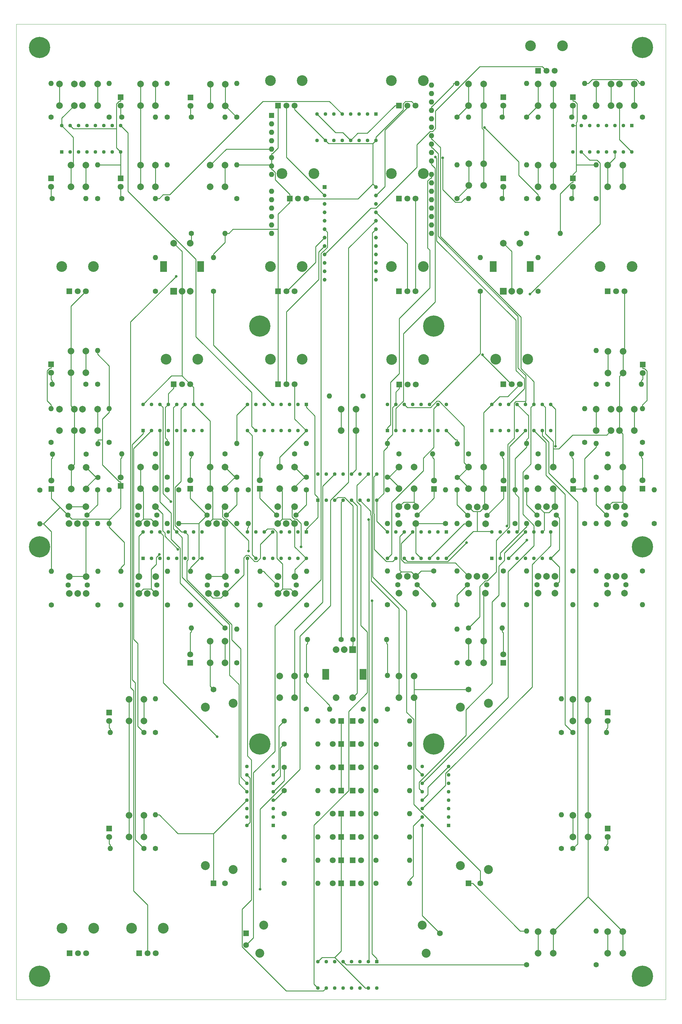
<source format=gbr>
%TF.GenerationSoftware,KiCad,Pcbnew,(5.1.7-0-10_14)*%
%TF.CreationDate,2020-11-07T14:29:28-03:00*%
%TF.ProjectId,MIDI2_out,4d494449-325f-46f7-9574-2e6b69636164,rev?*%
%TF.SameCoordinates,Original*%
%TF.FileFunction,Copper,L1,Top*%
%TF.FilePolarity,Positive*%
%FSLAX46Y46*%
G04 Gerber Fmt 4.6, Leading zero omitted, Abs format (unit mm)*
G04 Created by KiCad (PCBNEW (5.1.7-0-10_14)) date 2020-11-07 14:29:28*
%MOMM*%
%LPD*%
G01*
G04 APERTURE LIST*
%TA.AperFunction,Profile*%
%ADD10C,0.050000*%
%TD*%
%TA.AperFunction,ComponentPad*%
%ADD11C,3.600000*%
%TD*%
%TA.AperFunction,ConnectorPad*%
%ADD12C,6.400000*%
%TD*%
%TA.AperFunction,ComponentPad*%
%ADD13C,2.000000*%
%TD*%
%TA.AperFunction,ComponentPad*%
%ADD14C,1.800000*%
%TD*%
%TA.AperFunction,ComponentPad*%
%ADD15R,1.800000X1.800000*%
%TD*%
%TA.AperFunction,ComponentPad*%
%ADD16R,1.130000X1.130000*%
%TD*%
%TA.AperFunction,ComponentPad*%
%ADD17C,1.130000*%
%TD*%
%TA.AperFunction,ComponentPad*%
%ADD18C,1.600000*%
%TD*%
%TA.AperFunction,ComponentPad*%
%ADD19O,1.600000X1.600000*%
%TD*%
%TA.AperFunction,ComponentPad*%
%ADD20C,3.240000*%
%TD*%
%TA.AperFunction,ComponentPad*%
%ADD21C,2.700000*%
%TD*%
%TA.AperFunction,ComponentPad*%
%ADD22C,1.750000*%
%TD*%
%TA.AperFunction,ComponentPad*%
%ADD23R,1.750000X1.750000*%
%TD*%
%TA.AperFunction,ComponentPad*%
%ADD24C,1.150000*%
%TD*%
%TA.AperFunction,ComponentPad*%
%ADD25R,1.150000X1.150000*%
%TD*%
%TA.AperFunction,ComponentPad*%
%ADD26R,2.000000X2.000000*%
%TD*%
%TA.AperFunction,ComponentPad*%
%ADD27R,2.000000X3.200000*%
%TD*%
%TA.AperFunction,ComponentPad*%
%ADD28R,1.600000X1.600000*%
%TD*%
%TA.AperFunction,ViaPad*%
%ADD29C,0.800000*%
%TD*%
%TA.AperFunction,Conductor*%
%ADD30C,0.250000*%
%TD*%
G04 APERTURE END LIST*
D10*
X0Y0D02*
X0Y-294000000D01*
X196000000Y0D02*
X0Y0D01*
X196000000Y-294000000D02*
X196000000Y0D01*
X0Y-294000000D02*
X196000000Y-294000000D01*
D11*
%TO.P,H8,1*%
%TO.N,N/C*%
X73500000Y-217000000D03*
D12*
X73500000Y-217000000D03*
%TD*%
D11*
%TO.P,H6,1*%
%TO.N,N/C*%
X73500000Y-91000000D03*
D12*
X73500000Y-91000000D03*
%TD*%
D11*
%TO.P,H7,1*%
%TO.N,N/C*%
X126000000Y-91000000D03*
D12*
X126000000Y-91000000D03*
%TD*%
D11*
%TO.P,H9,1*%
%TO.N,N/C*%
X126000000Y-217000000D03*
D12*
X126000000Y-217000000D03*
%TD*%
D11*
%TO.P,H4,1*%
%TO.N,N/C*%
X7000000Y-157500000D03*
D12*
X7000000Y-157500000D03*
%TD*%
%TO.P,H5,1*%
%TO.N,N/C*%
X189000000Y-157500000D03*
D11*
X189000000Y-157500000D03*
%TD*%
%TO.P,H3,1*%
%TO.N,N/C*%
X189000000Y-287000000D03*
D12*
X189000000Y-287000000D03*
%TD*%
D11*
%TO.P,H2,1*%
%TO.N,N/C*%
X7000000Y-287000000D03*
D12*
X7000000Y-287000000D03*
%TD*%
D11*
%TO.P,H1,1*%
%TO.N,N/C*%
X189000000Y-7000000D03*
D12*
X189000000Y-7000000D03*
%TD*%
%TO.P,H0,1*%
%TO.N,N/C*%
X7000000Y-7000000D03*
D11*
X7000000Y-7000000D03*
%TD*%
D13*
%TO.P,SW57,1*%
%TO.N,+5V*%
X141000000Y-192500000D03*
%TO.P,SW57,2*%
%TO.N,Net-(B4-Pad11)*%
X136500000Y-192500000D03*
%TO.P,SW57,1*%
%TO.N,+5V*%
X141000000Y-186000000D03*
%TO.P,SW57,2*%
%TO.N,Net-(B4-Pad11)*%
X136500000Y-186000000D03*
%TD*%
%TO.P,SW56,1*%
%TO.N,+5V*%
X120000000Y-140000000D03*
%TO.P,SW56,2*%
%TO.N,Net-(B3-Pad11)*%
X115500000Y-140000000D03*
%TO.P,SW56,1*%
%TO.N,+5V*%
X120000000Y-133500000D03*
%TO.P,SW56,2*%
%TO.N,Net-(B3-Pad11)*%
X115500000Y-133500000D03*
%TD*%
%TO.P,SW54,1*%
%TO.N,Net-(B3-Pad6)*%
X115500000Y-196500000D03*
%TO.P,SW54,2*%
%TO.N,+5V*%
X120000000Y-196500000D03*
%TO.P,SW54,1*%
%TO.N,Net-(B3-Pad6)*%
X115500000Y-203000000D03*
%TO.P,SW54,2*%
%TO.N,+5V*%
X120000000Y-203000000D03*
%TD*%
%TO.P,SW53,1*%
%TO.N,+5V*%
X58500000Y-42500000D03*
%TO.P,SW53,2*%
%TO.N,Net-(B7-Pad6)*%
X63000000Y-42500000D03*
%TO.P,SW53,1*%
%TO.N,+5V*%
X58500000Y-49000000D03*
%TO.P,SW53,2*%
%TO.N,Net-(B7-Pad6)*%
X63000000Y-49000000D03*
%TD*%
%TO.P,SW52,1*%
%TO.N,Net-(B7-Pad4)*%
X42000000Y-49000000D03*
%TO.P,SW52,2*%
%TO.N,+5V*%
X37500000Y-49000000D03*
%TO.P,SW52,1*%
%TO.N,Net-(B7-Pad4)*%
X42000000Y-42500000D03*
%TO.P,SW52,2*%
%TO.N,+5V*%
X37500000Y-42500000D03*
%TD*%
%TO.P,SW50,1*%
%TO.N,+5V*%
X172500000Y-210000000D03*
%TO.P,SW50,2*%
%TO.N,Net-(B4-Pad12)*%
X168000000Y-210000000D03*
%TO.P,SW50,1*%
%TO.N,+5V*%
X172500000Y-203500000D03*
%TO.P,SW50,2*%
%TO.N,Net-(B4-Pad12)*%
X168000000Y-203500000D03*
%TD*%
%TO.P,SW49,1*%
%TO.N,+5V*%
X98000000Y-116000000D03*
%TO.P,SW49,2*%
%TO.N,Net-(B3-Pad12)*%
X102500000Y-116000000D03*
%TO.P,SW49,1*%
%TO.N,+5V*%
X98000000Y-122500000D03*
%TO.P,SW49,2*%
%TO.N,Net-(B3-Pad12)*%
X102500000Y-122500000D03*
%TD*%
%TO.P,SW47,1*%
%TO.N,Net-(B7-Pad12)*%
X42000000Y-24500000D03*
%TO.P,SW47,2*%
%TO.N,+5V*%
X37500000Y-24500000D03*
%TO.P,SW47,1*%
%TO.N,Net-(B7-Pad12)*%
X42000000Y-18000000D03*
%TO.P,SW47,2*%
%TO.N,+5V*%
X37500000Y-18000000D03*
%TD*%
%TO.P,SW46,1*%
%TO.N,Net-(B6-Pad4)*%
X13000000Y-116000000D03*
%TO.P,SW46,2*%
%TO.N,+5V*%
X17500000Y-116000000D03*
%TO.P,SW46,1*%
%TO.N,Net-(B6-Pad4)*%
X13000000Y-122500000D03*
%TO.P,SW46,2*%
%TO.N,+5V*%
X17500000Y-122500000D03*
%TD*%
%TO.P,SW45,1*%
%TO.N,Net-(B6-Pad12)*%
X21080000Y-140080000D03*
%TO.P,SW45,2*%
%TO.N,+5V*%
X16580000Y-140080000D03*
%TO.P,SW45,1*%
%TO.N,Net-(B6-Pad12)*%
X21080000Y-133580000D03*
%TO.P,SW45,2*%
%TO.N,+5V*%
X16580000Y-133580000D03*
%TD*%
%TO.P,SW44,1*%
%TO.N,Net-(B1-Pad5)*%
X175000000Y-116000000D03*
%TO.P,SW44,2*%
%TO.N,+5V*%
X179500000Y-116000000D03*
%TO.P,SW44,1*%
%TO.N,Net-(B1-Pad5)*%
X175000000Y-122500000D03*
%TO.P,SW44,2*%
%TO.N,+5V*%
X179500000Y-122500000D03*
%TD*%
%TO.P,SW43,1*%
%TO.N,Net-(B1-Pad13)*%
X178580000Y-98580000D03*
%TO.P,SW43,2*%
%TO.N,+5V*%
X183080000Y-98580000D03*
%TO.P,SW43,1*%
%TO.N,Net-(B1-Pad13)*%
X178580000Y-105080000D03*
%TO.P,SW43,2*%
%TO.N,+5V*%
X183080000Y-105080000D03*
%TD*%
%TO.P,SW41,1*%
%TO.N,+5V*%
X183000000Y-280000000D03*
%TO.P,SW41,2*%
%TO.N,Net-(B4-Pad13)*%
X178500000Y-280000000D03*
%TO.P,SW41,1*%
%TO.N,+5V*%
X183000000Y-273500000D03*
%TO.P,SW41,2*%
%TO.N,Net-(B4-Pad13)*%
X178500000Y-273500000D03*
%TD*%
%TO.P,SW40,1*%
%TO.N,+5V*%
X79500000Y-133500000D03*
%TO.P,SW40,2*%
%TO.N,Net-(B3-Pad13)*%
X84000000Y-133500000D03*
%TO.P,SW40,1*%
%TO.N,+5V*%
X79500000Y-140000000D03*
%TO.P,SW40,2*%
%TO.N,Net-(B3-Pad13)*%
X84000000Y-140000000D03*
%TD*%
%TO.P,SW38,1*%
%TO.N,Net-(B0-Pad5)*%
X157500000Y-18000000D03*
%TO.P,SW38,2*%
%TO.N,+5V*%
X162000000Y-18000000D03*
%TO.P,SW38,1*%
%TO.N,Net-(B0-Pad5)*%
X157500000Y-24500000D03*
%TO.P,SW38,2*%
%TO.N,+5V*%
X162000000Y-24500000D03*
%TD*%
%TO.P,SW37,1*%
%TO.N,Net-(B0-Pad13)*%
X157500000Y-42500000D03*
%TO.P,SW37,2*%
%TO.N,+5V*%
X162000000Y-42500000D03*
%TO.P,SW37,1*%
%TO.N,Net-(B0-Pad13)*%
X157500000Y-49000000D03*
%TO.P,SW37,2*%
%TO.N,+5V*%
X162000000Y-49000000D03*
%TD*%
%TO.P,SW36,1*%
%TO.N,+5V*%
X141080000Y-48580000D03*
%TO.P,SW36,2*%
%TO.N,Net-(B0-Pad11)*%
X136580000Y-48580000D03*
%TO.P,SW36,1*%
%TO.N,+5V*%
X141080000Y-42080000D03*
%TO.P,SW36,2*%
%TO.N,Net-(B0-Pad11)*%
X136580000Y-42080000D03*
%TD*%
%TO.P,SW34,1*%
%TO.N,+5V*%
X172500000Y-245000000D03*
%TO.P,SW34,2*%
%TO.N,Net-(B4-Pad14)*%
X168000000Y-245000000D03*
%TO.P,SW34,1*%
%TO.N,+5V*%
X172500000Y-238500000D03*
%TO.P,SW34,2*%
%TO.N,Net-(B4-Pad14)*%
X168000000Y-238500000D03*
%TD*%
%TO.P,SW33,1*%
%TO.N,+5V*%
X79500000Y-196500000D03*
%TO.P,SW33,2*%
%TO.N,Net-(B3-Pad14)*%
X84000000Y-196500000D03*
%TO.P,SW33,1*%
%TO.N,+5V*%
X79500000Y-203000000D03*
%TO.P,SW33,2*%
%TO.N,Net-(B3-Pad14)*%
X84000000Y-203000000D03*
%TD*%
%TO.P,SW31,1*%
%TO.N,Net-(B7-Pad3)*%
X21000000Y-49000000D03*
%TO.P,SW31,2*%
%TO.N,+5V*%
X16500000Y-49000000D03*
%TO.P,SW31,1*%
%TO.N,Net-(B7-Pad3)*%
X21000000Y-42500000D03*
%TO.P,SW31,2*%
%TO.N,+5V*%
X16500000Y-42500000D03*
%TD*%
%TO.P,SW30,1*%
%TO.N,Net-(B6-Pad3)*%
X21000000Y-105000000D03*
%TO.P,SW30,2*%
%TO.N,+5V*%
X16500000Y-105000000D03*
%TO.P,SW30,1*%
%TO.N,Net-(B6-Pad3)*%
X21000000Y-98500000D03*
%TO.P,SW30,2*%
%TO.N,+5V*%
X16500000Y-98500000D03*
%TD*%
%TO.P,SW29,1*%
%TO.N,Net-(B1-Pad14)*%
X136500000Y-133500000D03*
%TO.P,SW29,2*%
%TO.N,+5V*%
X141000000Y-133500000D03*
%TO.P,SW29,1*%
%TO.N,Net-(B1-Pad14)*%
X136500000Y-140000000D03*
%TO.P,SW29,2*%
%TO.N,+5V*%
X141000000Y-140000000D03*
%TD*%
%TO.P,SW27,1*%
%TO.N,+5V*%
X58500000Y-186000000D03*
%TO.P,SW27,2*%
%TO.N,Net-(B4-Pad3)*%
X63000000Y-186000000D03*
%TO.P,SW27,1*%
%TO.N,+5V*%
X58500000Y-192500000D03*
%TO.P,SW27,2*%
%TO.N,Net-(B4-Pad3)*%
X63000000Y-192500000D03*
%TD*%
%TO.P,SW26,1*%
%TO.N,Net-(B0-Pad14)*%
X178500000Y-42500000D03*
%TO.P,SW26,2*%
%TO.N,+5V*%
X183000000Y-42500000D03*
%TO.P,SW26,1*%
%TO.N,Net-(B0-Pad14)*%
X178500000Y-49000000D03*
%TO.P,SW26,2*%
%TO.N,+5V*%
X183000000Y-49000000D03*
%TD*%
%TO.P,SW24,1*%
%TO.N,Net-(B7-Pad11)*%
X63080000Y-24580000D03*
%TO.P,SW24,2*%
%TO.N,+5V*%
X58580000Y-24580000D03*
%TO.P,SW24,1*%
%TO.N,Net-(B7-Pad11)*%
X63080000Y-18080000D03*
%TO.P,SW24,2*%
%TO.N,+5V*%
X58580000Y-18080000D03*
%TD*%
%TO.P,SW23,1*%
%TO.N,Net-(B6-Pad11)*%
X24500000Y-122500000D03*
%TO.P,SW23,2*%
%TO.N,+5V*%
X20000000Y-122500000D03*
%TO.P,SW23,1*%
%TO.N,Net-(B6-Pad11)*%
X24500000Y-116000000D03*
%TO.P,SW23,2*%
%TO.N,+5V*%
X20000000Y-116000000D03*
%TD*%
%TO.P,SW22,1*%
%TO.N,Net-(B1-Pad6)*%
X186500000Y-122500000D03*
%TO.P,SW22,2*%
%TO.N,+5V*%
X182000000Y-122500000D03*
%TO.P,SW22,1*%
%TO.N,Net-(B1-Pad6)*%
X186500000Y-116000000D03*
%TO.P,SW22,2*%
%TO.N,+5V*%
X182000000Y-116000000D03*
%TD*%
%TO.P,SW21,1*%
%TO.N,Net-(B0-Pad6)*%
X136500000Y-18000000D03*
%TO.P,SW21,2*%
%TO.N,+5V*%
X141000000Y-18000000D03*
%TO.P,SW21,1*%
%TO.N,Net-(B0-Pad6)*%
X136500000Y-24500000D03*
%TO.P,SW21,2*%
%TO.N,+5V*%
X141000000Y-24500000D03*
%TD*%
%TO.P,SW19,1*%
%TO.N,+5V*%
X34000000Y-203500000D03*
%TO.P,SW19,2*%
%TO.N,Net-(B4-Pad4)*%
X38500000Y-203500000D03*
%TO.P,SW19,1*%
%TO.N,+5V*%
X34000000Y-210000000D03*
%TO.P,SW19,2*%
%TO.N,Net-(B4-Pad4)*%
X38500000Y-210000000D03*
%TD*%
%TO.P,SW15,1*%
%TO.N,Net-(B7-Pad14)*%
X13000000Y-18000000D03*
%TO.P,SW15,2*%
%TO.N,+5V*%
X17500000Y-18000000D03*
%TO.P,SW15,1*%
%TO.N,Net-(B7-Pad14)*%
X13000000Y-24500000D03*
%TO.P,SW15,2*%
%TO.N,+5V*%
X17500000Y-24500000D03*
%TD*%
%TO.P,SW14,1*%
%TO.N,Net-(B6-Pad14)*%
X63000000Y-140000000D03*
%TO.P,SW14,2*%
%TO.N,+5V*%
X58500000Y-140000000D03*
%TO.P,SW14,1*%
%TO.N,Net-(B6-Pad14)*%
X63000000Y-133500000D03*
%TO.P,SW14,2*%
%TO.N,+5V*%
X58500000Y-133500000D03*
%TD*%
%TO.P,SW12,1*%
%TO.N,+5V*%
X162000000Y-280000000D03*
%TO.P,SW12,2*%
%TO.N,Net-(B4-Pad5)*%
X157500000Y-280000000D03*
%TO.P,SW12,1*%
%TO.N,+5V*%
X162000000Y-273500000D03*
%TO.P,SW12,2*%
%TO.N,Net-(B4-Pad5)*%
X157500000Y-273500000D03*
%TD*%
%TO.P,SW11,1*%
%TO.N,Net-(B1-Pad3)*%
X157500000Y-133500000D03*
%TO.P,SW11,2*%
%TO.N,+5V*%
X162000000Y-133500000D03*
%TO.P,SW11,1*%
%TO.N,Net-(B1-Pad3)*%
X157500000Y-140000000D03*
%TO.P,SW11,2*%
%TO.N,+5V*%
X162000000Y-140000000D03*
%TD*%
%TO.P,SW9,1*%
%TO.N,Net-(B0-Pad3)*%
X186500000Y-24500000D03*
%TO.P,SW9,2*%
%TO.N,+5V*%
X182000000Y-24500000D03*
%TO.P,SW9,1*%
%TO.N,Net-(B0-Pad3)*%
X186500000Y-18000000D03*
%TO.P,SW9,2*%
%TO.N,+5V*%
X182000000Y-18000000D03*
%TD*%
%TO.P,SW7,1*%
%TO.N,Net-(B7-Pad13)*%
X24500000Y-24500000D03*
%TO.P,SW7,2*%
%TO.N,+5V*%
X20000000Y-24500000D03*
%TO.P,SW7,1*%
%TO.N,Net-(B7-Pad13)*%
X24500000Y-18000000D03*
%TO.P,SW7,2*%
%TO.N,+5V*%
X20000000Y-18000000D03*
%TD*%
%TO.P,SW5,1*%
%TO.N,+5V*%
X34000000Y-238500000D03*
%TO.P,SW5,2*%
%TO.N,Net-(B4-Pad6)*%
X38500000Y-238500000D03*
%TO.P,SW5,1*%
%TO.N,+5V*%
X34000000Y-245000000D03*
%TO.P,SW5,2*%
%TO.N,Net-(B4-Pad6)*%
X38500000Y-245000000D03*
%TD*%
%TO.P,SW4,1*%
%TO.N,Net-(B6-Pad13)*%
X42000000Y-140000000D03*
%TO.P,SW4,2*%
%TO.N,+5V*%
X37500000Y-140000000D03*
%TO.P,SW4,1*%
%TO.N,Net-(B6-Pad13)*%
X42000000Y-133500000D03*
%TO.P,SW4,2*%
%TO.N,+5V*%
X37500000Y-133500000D03*
%TD*%
%TO.P,SW2,1*%
%TO.N,Net-(B1-Pad4)*%
X178500000Y-133500000D03*
%TO.P,SW2,2*%
%TO.N,+5V*%
X183000000Y-133500000D03*
%TO.P,SW2,1*%
%TO.N,Net-(B1-Pad4)*%
X178500000Y-140000000D03*
%TO.P,SW2,2*%
%TO.N,+5V*%
X183000000Y-140000000D03*
%TD*%
%TO.P,SW1,1*%
%TO.N,Net-(B0-Pad4)*%
X175000000Y-18000000D03*
%TO.P,SW1,2*%
%TO.N,+5V*%
X179500000Y-18000000D03*
%TO.P,SW1,1*%
%TO.N,Net-(B0-Pad4)*%
X175000000Y-24500000D03*
%TO.P,SW1,2*%
%TO.N,+5V*%
X179500000Y-24500000D03*
%TD*%
D14*
%TO.P,D16,2*%
%TO.N,Net-(D16-Pad2)*%
X10500000Y-49000000D03*
D15*
%TO.P,D16,1*%
%TO.N,GND*%
X10500000Y-46460000D03*
%TD*%
D14*
%TO.P,D15,2*%
%TO.N,Net-(D15-Pad2)*%
X31500000Y-24500000D03*
D15*
%TO.P,D15,1*%
%TO.N,GND*%
X31500000Y-21960000D03*
%TD*%
D14*
%TO.P,D14,2*%
%TO.N,Net-(D14-Pad2)*%
X31500000Y-49000000D03*
D15*
%TO.P,D14,1*%
%TO.N,GND*%
X31500000Y-46460000D03*
%TD*%
D14*
%TO.P,D13,2*%
%TO.N,Net-(D13-Pad2)*%
X52580000Y-24580000D03*
D15*
%TO.P,D13,1*%
%TO.N,GND*%
X52580000Y-22040000D03*
%TD*%
D14*
%TO.P,D12,2*%
%TO.N,Net-(D12-Pad2)*%
X147000000Y-24500000D03*
D15*
%TO.P,D12,1*%
%TO.N,GND*%
X147000000Y-21960000D03*
%TD*%
D14*
%TO.P,D11,2*%
%TO.N,Net-(D11-Pad2)*%
X168000000Y-24500000D03*
D15*
%TO.P,D11,1*%
%TO.N,GND*%
X168000000Y-21960000D03*
%TD*%
D14*
%TO.P,D10,2*%
%TO.N,Net-(D10-Pad2)*%
X168000000Y-49000000D03*
D15*
%TO.P,D10,1*%
%TO.N,GND*%
X168000000Y-46460000D03*
%TD*%
D14*
%TO.P,D9,2*%
%TO.N,Net-(D9-Pad2)*%
X147000000Y-49000000D03*
D15*
%TO.P,D9,1*%
%TO.N,GND*%
X147000000Y-46460000D03*
%TD*%
D14*
%TO.P,D8,2*%
%TO.N,Net-(D8-Pad2)*%
X104040000Y-210000000D03*
D15*
%TO.P,D8,1*%
%TO.N,GND*%
X101500000Y-210000000D03*
%TD*%
D14*
%TO.P,D7,2*%
%TO.N,Net-(D7-Pad2)*%
X104040000Y-217000000D03*
D15*
%TO.P,D7,1*%
%TO.N,GND*%
X101500000Y-217000000D03*
%TD*%
D14*
%TO.P,D6,2*%
%TO.N,Net-(D6-Pad2)*%
X104040000Y-224000000D03*
D15*
%TO.P,D6,1*%
%TO.N,GND*%
X101500000Y-224000000D03*
%TD*%
D14*
%TO.P,D5,2*%
%TO.N,Net-(D5-Pad2)*%
X104040000Y-231000000D03*
D15*
%TO.P,D5,1*%
%TO.N,GND*%
X101500000Y-231000000D03*
%TD*%
D14*
%TO.P,D4,2*%
%TO.N,Net-(D4-Pad2)*%
X104040000Y-238000000D03*
D15*
%TO.P,D4,1*%
%TO.N,GND*%
X101500000Y-238000000D03*
%TD*%
D14*
%TO.P,D3,2*%
%TO.N,Net-(D3-Pad2)*%
X104040000Y-245000000D03*
D15*
%TO.P,D3,1*%
%TO.N,GND*%
X101500000Y-245000000D03*
%TD*%
D14*
%TO.P,D2,2*%
%TO.N,Net-(D2-Pad2)*%
X104040000Y-252000000D03*
D15*
%TO.P,D2,1*%
%TO.N,GND*%
X101500000Y-252000000D03*
%TD*%
D14*
%TO.P,D1,2*%
%TO.N,Net-(D1-Pad2)*%
X104040000Y-259000000D03*
D15*
%TO.P,D1,1*%
%TO.N,GND*%
X101500000Y-259000000D03*
%TD*%
D16*
%TO.P,L5,1*%
%TO.N,Net-(L5-Pad1)*%
X38220000Y-161000000D03*
D17*
%TO.P,L5,2*%
%TO.N,Net-(L5-Pad2)*%
X40760000Y-161000000D03*
%TO.P,L5,3*%
%TO.N,Net-(L5-Pad3)*%
X43300000Y-161000000D03*
%TO.P,L5,4*%
%TO.N,Net-(L5-Pad4)*%
X45840000Y-161000000D03*
%TO.P,L5,5*%
%TO.N,Net-(L5-Pad5)*%
X48380000Y-161000000D03*
%TO.P,L5,6*%
%TO.N,Net-(L5-Pad6)*%
X50920000Y-161000000D03*
%TO.P,L5,7*%
%TO.N,Net-(L5-Pad7)*%
X53460000Y-161000000D03*
%TO.P,L5,8*%
%TO.N,GND*%
X56000000Y-161000000D03*
%TO.P,L5,9*%
%TO.N,Net-(L5-Pad9)*%
X56000000Y-153060000D03*
%TO.P,L5,10*%
%TO.N,+5V*%
X53460000Y-153060000D03*
%TO.P,L5,11*%
%TO.N,Net-(A1-Pad26)*%
X50920000Y-153060000D03*
%TO.P,L5,12*%
%TO.N,Net-(A1-Pad25)*%
X48380000Y-153060000D03*
%TO.P,L5,13*%
%TO.N,GND*%
X45840000Y-153060000D03*
%TO.P,L5,14*%
%TO.N,Net-(L4-Pad9)*%
X43300000Y-153060000D03*
%TO.P,L5,15*%
%TO.N,Net-(L5-Pad15)*%
X40760000Y-153060000D03*
%TO.P,L5,16*%
%TO.N,+5V*%
X38220000Y-153060000D03*
%TD*%
D13*
%TO.P,SW58,*%
%TO.N,*%
X81540000Y-171580000D03*
D18*
%TO.P,SW58,6*%
%TO.N,Net-(R56-Pad1)*%
X84440000Y-169040000D03*
%TO.P,SW58,5*%
%TO.N,GND*%
X78640000Y-169040000D03*
D13*
%TO.P,SW58,4*%
%TO.N,+5V*%
X79000000Y-166500000D03*
%TO.P,SW58,3*%
X84080000Y-166500000D03*
%TO.P,SW58,2*%
%TO.N,Net-(B5-Pad6)*%
X79000000Y-171580000D03*
%TO.P,SW58,1*%
X84080000Y-171580000D03*
%TD*%
%TO.P,SW55,*%
%TO.N,*%
X60540000Y-171580000D03*
D18*
%TO.P,SW55,6*%
%TO.N,Net-(R55-Pad1)*%
X63440000Y-169040000D03*
%TO.P,SW55,5*%
%TO.N,GND*%
X57640000Y-169040000D03*
D13*
%TO.P,SW55,4*%
%TO.N,+5V*%
X58000000Y-166500000D03*
%TO.P,SW55,3*%
X63080000Y-166500000D03*
%TO.P,SW55,2*%
%TO.N,Net-(B5-Pad5)*%
X58000000Y-171580000D03*
%TO.P,SW55,1*%
X63080000Y-171580000D03*
%TD*%
%TO.P,SW51,*%
%TO.N,*%
X39540000Y-171580000D03*
D18*
%TO.P,SW51,6*%
%TO.N,Net-(R54-Pad1)*%
X42440000Y-169040000D03*
%TO.P,SW51,5*%
%TO.N,GND*%
X36640000Y-169040000D03*
D13*
%TO.P,SW51,4*%
%TO.N,+5V*%
X37000000Y-166500000D03*
%TO.P,SW51,3*%
X42080000Y-166500000D03*
%TO.P,SW51,2*%
%TO.N,Net-(B5-Pad4)*%
X37000000Y-171580000D03*
%TO.P,SW51,1*%
X42080000Y-171580000D03*
%TD*%
%TO.P,SW48,*%
%TO.N,*%
X18540000Y-171580000D03*
D18*
%TO.P,SW48,6*%
%TO.N,Net-(R53-Pad1)*%
X21440000Y-169040000D03*
%TO.P,SW48,5*%
%TO.N,GND*%
X15640000Y-169040000D03*
D13*
%TO.P,SW48,4*%
%TO.N,+5V*%
X16000000Y-166500000D03*
%TO.P,SW48,3*%
X21080000Y-166500000D03*
%TO.P,SW48,2*%
%TO.N,Net-(B5-Pad3)*%
X16000000Y-171580000D03*
%TO.P,SW48,1*%
X21080000Y-171580000D03*
%TD*%
%TO.P,SW42,*%
%TO.N,*%
X81460000Y-150500000D03*
D18*
%TO.P,SW42,6*%
%TO.N,Net-(R52-Pad1)*%
X84360000Y-147960000D03*
%TO.P,SW42,5*%
%TO.N,GND*%
X78560000Y-147960000D03*
D13*
%TO.P,SW42,4*%
%TO.N,Net-(B5-Pad14)*%
X78920000Y-145420000D03*
%TO.P,SW42,3*%
X84000000Y-145420000D03*
%TO.P,SW42,2*%
%TO.N,+5V*%
X78920000Y-150500000D03*
%TO.P,SW42,1*%
X84000000Y-150500000D03*
%TD*%
%TO.P,SW39,*%
%TO.N,*%
X60460000Y-150500000D03*
D18*
%TO.P,SW39,6*%
%TO.N,Net-(R51-Pad1)*%
X63360000Y-147960000D03*
%TO.P,SW39,5*%
%TO.N,GND*%
X57560000Y-147960000D03*
D13*
%TO.P,SW39,4*%
%TO.N,Net-(B5-Pad13)*%
X57920000Y-145420000D03*
%TO.P,SW39,3*%
X63000000Y-145420000D03*
%TO.P,SW39,2*%
%TO.N,+5V*%
X57920000Y-150500000D03*
%TO.P,SW39,1*%
X63000000Y-150500000D03*
%TD*%
%TO.P,SW35,*%
%TO.N,*%
X18460000Y-150500000D03*
D18*
%TO.P,SW35,6*%
%TO.N,Net-(R50-Pad1)*%
X21360000Y-147960000D03*
%TO.P,SW35,5*%
%TO.N,GND*%
X15560000Y-147960000D03*
D13*
%TO.P,SW35,4*%
%TO.N,Net-(B5-Pad12)*%
X15920000Y-145420000D03*
%TO.P,SW35,3*%
X21000000Y-145420000D03*
%TO.P,SW35,2*%
%TO.N,+5V*%
X15920000Y-150500000D03*
%TO.P,SW35,1*%
X21000000Y-150500000D03*
%TD*%
%TO.P,SW32,*%
%TO.N,*%
X39460000Y-150500000D03*
D18*
%TO.P,SW32,6*%
%TO.N,Net-(R49-Pad1)*%
X42360000Y-147960000D03*
%TO.P,SW32,5*%
%TO.N,GND*%
X36560000Y-147960000D03*
D13*
%TO.P,SW32,4*%
%TO.N,Net-(B5-Pad11)*%
X36920000Y-145420000D03*
%TO.P,SW32,3*%
X42000000Y-145420000D03*
%TO.P,SW32,2*%
%TO.N,+5V*%
X36920000Y-150500000D03*
%TO.P,SW32,1*%
X42000000Y-150500000D03*
%TD*%
%TO.P,SW28,*%
%TO.N,*%
X181040000Y-166420000D03*
D18*
%TO.P,SW28,6*%
%TO.N,Net-(R40-Pad1)*%
X178140000Y-168960000D03*
%TO.P,SW28,5*%
%TO.N,GND*%
X183940000Y-168960000D03*
D13*
%TO.P,SW28,4*%
%TO.N,+5V*%
X183580000Y-171500000D03*
%TO.P,SW28,3*%
X178500000Y-171500000D03*
%TO.P,SW28,2*%
%TO.N,Net-(B2-Pad3)*%
X183580000Y-166420000D03*
%TO.P,SW28,1*%
X178500000Y-166420000D03*
%TD*%
%TO.P,SW25,*%
%TO.N,*%
X160040000Y-166420000D03*
D18*
%TO.P,SW25,6*%
%TO.N,Net-(R39-Pad1)*%
X157140000Y-168960000D03*
%TO.P,SW25,5*%
%TO.N,GND*%
X162940000Y-168960000D03*
D13*
%TO.P,SW25,4*%
%TO.N,+5V*%
X162580000Y-171500000D03*
%TO.P,SW25,3*%
X157500000Y-171500000D03*
%TO.P,SW25,2*%
%TO.N,Net-(B2-Pad4)*%
X162580000Y-166420000D03*
%TO.P,SW25,1*%
X157500000Y-166420000D03*
%TD*%
%TO.P,SW20,*%
%TO.N,*%
X139040000Y-166420000D03*
D18*
%TO.P,SW20,6*%
%TO.N,Net-(R38-Pad1)*%
X136140000Y-168960000D03*
%TO.P,SW20,5*%
%TO.N,GND*%
X141940000Y-168960000D03*
D13*
%TO.P,SW20,4*%
%TO.N,+5V*%
X141580000Y-171500000D03*
%TO.P,SW20,3*%
X136500000Y-171500000D03*
%TO.P,SW20,2*%
%TO.N,Net-(B2-Pad5)*%
X141580000Y-166420000D03*
%TO.P,SW20,1*%
X136500000Y-166420000D03*
%TD*%
%TO.P,SW17,*%
%TO.N,*%
X118040000Y-166420000D03*
D18*
%TO.P,SW17,6*%
%TO.N,Net-(R37-Pad1)*%
X115140000Y-168960000D03*
%TO.P,SW17,5*%
%TO.N,GND*%
X120940000Y-168960000D03*
D13*
%TO.P,SW17,4*%
%TO.N,+5V*%
X120580000Y-171500000D03*
%TO.P,SW17,3*%
X115500000Y-171500000D03*
%TO.P,SW17,2*%
%TO.N,Net-(B2-Pad6)*%
X120580000Y-166420000D03*
%TO.P,SW17,1*%
X115500000Y-166420000D03*
%TD*%
%TO.P,SW13,*%
%TO.N,*%
X181040000Y-145420000D03*
D18*
%TO.P,SW13,6*%
%TO.N,Net-(R36-Pad1)*%
X178140000Y-147960000D03*
%TO.P,SW13,5*%
%TO.N,GND*%
X183940000Y-147960000D03*
D13*
%TO.P,SW13,4*%
%TO.N,Net-(B2-Pad11)*%
X183580000Y-150500000D03*
%TO.P,SW13,3*%
X178500000Y-150500000D03*
%TO.P,SW13,2*%
%TO.N,+5V*%
X183580000Y-145420000D03*
%TO.P,SW13,1*%
X178500000Y-145420000D03*
%TD*%
%TO.P,SW10,*%
%TO.N,*%
X160040000Y-145420000D03*
D18*
%TO.P,SW10,6*%
%TO.N,Net-(R35-Pad1)*%
X157140000Y-147960000D03*
%TO.P,SW10,5*%
%TO.N,GND*%
X162940000Y-147960000D03*
D13*
%TO.P,SW10,4*%
%TO.N,Net-(B2-Pad12)*%
X162580000Y-150500000D03*
%TO.P,SW10,3*%
X157500000Y-150500000D03*
%TO.P,SW10,2*%
%TO.N,+5V*%
X162580000Y-145420000D03*
%TO.P,SW10,1*%
X157500000Y-145420000D03*
%TD*%
%TO.P,SW6,*%
%TO.N,*%
X118040000Y-145420000D03*
D18*
%TO.P,SW6,6*%
%TO.N,Net-(R34-Pad1)*%
X115140000Y-147960000D03*
%TO.P,SW6,5*%
%TO.N,GND*%
X120940000Y-147960000D03*
D13*
%TO.P,SW6,4*%
%TO.N,Net-(B2-Pad13)*%
X120580000Y-150500000D03*
%TO.P,SW6,3*%
X115500000Y-150500000D03*
%TO.P,SW6,2*%
%TO.N,+5V*%
X120580000Y-145420000D03*
%TO.P,SW6,1*%
X115500000Y-145420000D03*
%TD*%
%TO.P,SW3,*%
%TO.N,*%
X139120000Y-145500000D03*
D18*
%TO.P,SW3,6*%
%TO.N,Net-(R33-Pad1)*%
X136220000Y-148040000D03*
%TO.P,SW3,5*%
%TO.N,GND*%
X142020000Y-148040000D03*
D13*
%TO.P,SW3,4*%
%TO.N,Net-(B2-Pad14)*%
X141660000Y-150580000D03*
%TO.P,SW3,3*%
X136580000Y-150580000D03*
%TO.P,SW3,2*%
%TO.N,+5V*%
X141660000Y-145500000D03*
%TO.P,SW3,1*%
X136580000Y-145500000D03*
%TD*%
D19*
%TO.P,R72,2*%
%TO.N,GND*%
X28000000Y-150500000D03*
D18*
%TO.P,R72,1*%
%TO.N,Net-(B5-Pad11)*%
X28000000Y-140340000D03*
%TD*%
D19*
%TO.P,R71,2*%
%TO.N,GND*%
X192500000Y-140340000D03*
D18*
%TO.P,R71,1*%
%TO.N,Net-(B2-Pad11)*%
X192500000Y-150500000D03*
%TD*%
D19*
%TO.P,R70,2*%
%TO.N,GND*%
X7080000Y-150580000D03*
D18*
%TO.P,R70,1*%
%TO.N,Net-(B5-Pad12)*%
X7080000Y-140420000D03*
%TD*%
D19*
%TO.P,R69,2*%
%TO.N,GND*%
X171500000Y-140340000D03*
D18*
%TO.P,R69,1*%
%TO.N,Net-(B2-Pad12)*%
X171500000Y-150500000D03*
%TD*%
D19*
%TO.P,R68,2*%
%TO.N,GND*%
X49000000Y-150500000D03*
D18*
%TO.P,R68,1*%
%TO.N,Net-(B5-Pad13)*%
X49000000Y-140340000D03*
%TD*%
D19*
%TO.P,R67,2*%
%TO.N,GND*%
X129500000Y-140340000D03*
D18*
%TO.P,R67,1*%
%TO.N,Net-(B2-Pad13)*%
X129500000Y-150500000D03*
%TD*%
D19*
%TO.P,R66,2*%
%TO.N,GND*%
X70000000Y-150500000D03*
D18*
%TO.P,R66,1*%
%TO.N,Net-(B5-Pad14)*%
X70000000Y-140340000D03*
%TD*%
D19*
%TO.P,R65,2*%
%TO.N,GND*%
X150500000Y-140340000D03*
D18*
%TO.P,R65,1*%
%TO.N,Net-(B2-Pad14)*%
X150500000Y-150500000D03*
%TD*%
D19*
%TO.P,R64,2*%
%TO.N,GND*%
X10580000Y-164920000D03*
D18*
%TO.P,R64,1*%
%TO.N,Net-(B5-Pad3)*%
X10580000Y-175080000D03*
%TD*%
D19*
%TO.P,R63,2*%
%TO.N,GND*%
X189000000Y-175000000D03*
D18*
%TO.P,R63,1*%
%TO.N,Net-(B2-Pad3)*%
X189000000Y-164840000D03*
%TD*%
D19*
%TO.P,R62,2*%
%TO.N,GND*%
X31580000Y-164920000D03*
D18*
%TO.P,R62,1*%
%TO.N,Net-(B5-Pad4)*%
X31580000Y-175080000D03*
%TD*%
D19*
%TO.P,R61,2*%
%TO.N,GND*%
X168000000Y-175000000D03*
D18*
%TO.P,R61,1*%
%TO.N,Net-(B2-Pad4)*%
X168000000Y-164840000D03*
%TD*%
D19*
%TO.P,R60,2*%
%TO.N,GND*%
X52580000Y-164920000D03*
D18*
%TO.P,R60,1*%
%TO.N,Net-(B5-Pad5)*%
X52580000Y-175080000D03*
%TD*%
D19*
%TO.P,R59,2*%
%TO.N,GND*%
X147000000Y-175000000D03*
D18*
%TO.P,R59,1*%
%TO.N,Net-(B2-Pad5)*%
X147000000Y-164840000D03*
%TD*%
D19*
%TO.P,R58,2*%
%TO.N,GND*%
X73580000Y-164920000D03*
D18*
%TO.P,R58,1*%
%TO.N,Net-(B5-Pad6)*%
X73580000Y-175080000D03*
%TD*%
D19*
%TO.P,R57,2*%
%TO.N,GND*%
X126000000Y-175000000D03*
D18*
%TO.P,R57,1*%
%TO.N,Net-(B2-Pad6)*%
X126000000Y-164840000D03*
%TD*%
D19*
%TO.P,R56,2*%
%TO.N,Net-(L5-Pad7)*%
X87580000Y-164920000D03*
D18*
%TO.P,R56,1*%
%TO.N,Net-(R56-Pad1)*%
X87580000Y-175080000D03*
%TD*%
D19*
%TO.P,R55,2*%
%TO.N,Net-(L5-Pad6)*%
X66580000Y-164920000D03*
D18*
%TO.P,R55,1*%
%TO.N,Net-(R55-Pad1)*%
X66580000Y-175080000D03*
%TD*%
D19*
%TO.P,R54,2*%
%TO.N,Net-(L5-Pad5)*%
X45580000Y-164920000D03*
D18*
%TO.P,R54,1*%
%TO.N,Net-(R54-Pad1)*%
X45580000Y-175080000D03*
%TD*%
D19*
%TO.P,R53,2*%
%TO.N,Net-(L5-Pad4)*%
X24580000Y-164920000D03*
D18*
%TO.P,R53,1*%
%TO.N,Net-(R53-Pad1)*%
X24580000Y-175080000D03*
%TD*%
D19*
%TO.P,R52,2*%
%TO.N,Net-(L5-Pad3)*%
X87500000Y-150500000D03*
D18*
%TO.P,R52,1*%
%TO.N,Net-(R52-Pad1)*%
X87500000Y-140340000D03*
%TD*%
D19*
%TO.P,R51,2*%
%TO.N,Net-(L5-Pad2)*%
X66500000Y-150500000D03*
D18*
%TO.P,R51,1*%
%TO.N,Net-(R51-Pad1)*%
X66500000Y-140340000D03*
%TD*%
D19*
%TO.P,R50,2*%
%TO.N,Net-(L5-Pad1)*%
X24500000Y-150500000D03*
D18*
%TO.P,R50,1*%
%TO.N,Net-(R50-Pad1)*%
X24500000Y-140340000D03*
%TD*%
D19*
%TO.P,R49,2*%
%TO.N,Net-(L5-Pad15)*%
X45500000Y-150500000D03*
D18*
%TO.P,R49,1*%
%TO.N,Net-(R49-Pad1)*%
X45500000Y-140340000D03*
%TD*%
D19*
%TO.P,R40,2*%
%TO.N,Net-(L2-Pad7)*%
X175000000Y-164840000D03*
D18*
%TO.P,R40,1*%
%TO.N,Net-(R40-Pad1)*%
X175000000Y-175000000D03*
%TD*%
D19*
%TO.P,R39,2*%
%TO.N,Net-(L2-Pad6)*%
X154000000Y-164840000D03*
D18*
%TO.P,R39,1*%
%TO.N,Net-(R39-Pad1)*%
X154000000Y-175000000D03*
%TD*%
D19*
%TO.P,R38,2*%
%TO.N,Net-(L2-Pad5)*%
X133000000Y-164840000D03*
D18*
%TO.P,R38,1*%
%TO.N,Net-(R38-Pad1)*%
X133000000Y-175000000D03*
%TD*%
D19*
%TO.P,R37,2*%
%TO.N,Net-(L2-Pad4)*%
X112000000Y-164840000D03*
D18*
%TO.P,R37,1*%
%TO.N,Net-(R37-Pad1)*%
X112000000Y-175000000D03*
%TD*%
D19*
%TO.P,R36,2*%
%TO.N,Net-(L2-Pad3)*%
X175000000Y-150500000D03*
D18*
%TO.P,R36,1*%
%TO.N,Net-(R36-Pad1)*%
X175000000Y-140340000D03*
%TD*%
D19*
%TO.P,R35,2*%
%TO.N,Net-(L2-Pad2)*%
X154000000Y-150500000D03*
D18*
%TO.P,R35,1*%
%TO.N,Net-(R35-Pad1)*%
X154000000Y-140340000D03*
%TD*%
D19*
%TO.P,R34,2*%
%TO.N,Net-(L2-Pad1)*%
X112000000Y-150500000D03*
D18*
%TO.P,R34,1*%
%TO.N,Net-(R34-Pad1)*%
X112000000Y-140340000D03*
%TD*%
D19*
%TO.P,R33,2*%
%TO.N,Net-(L2-Pad15)*%
X133000000Y-150500000D03*
D18*
%TO.P,R33,1*%
%TO.N,Net-(R33-Pad1)*%
X133000000Y-140340000D03*
%TD*%
D16*
%TO.P,L4,1*%
%TO.N,Net-(L4-Pad1)*%
X77550000Y-241500000D03*
D17*
%TO.P,L4,2*%
%TO.N,Net-(L4-Pad2)*%
X77550000Y-238960000D03*
%TO.P,L4,3*%
%TO.N,Net-(L4-Pad3)*%
X77550000Y-236420000D03*
%TO.P,L4,4*%
%TO.N,Net-(L4-Pad4)*%
X77550000Y-233880000D03*
%TO.P,L4,5*%
%TO.N,Net-(L4-Pad5)*%
X77550000Y-231340000D03*
%TO.P,L4,6*%
%TO.N,Net-(L4-Pad6)*%
X77550000Y-228800000D03*
%TO.P,L4,7*%
%TO.N,Net-(L4-Pad7)*%
X77550000Y-226260000D03*
%TO.P,L4,8*%
%TO.N,GND*%
X77550000Y-223720000D03*
%TO.P,L4,9*%
%TO.N,Net-(L4-Pad9)*%
X69610000Y-223720000D03*
%TO.P,L4,10*%
%TO.N,+5V*%
X69610000Y-226260000D03*
%TO.P,L4,11*%
%TO.N,Net-(A1-Pad26)*%
X69610000Y-228800000D03*
%TO.P,L4,12*%
%TO.N,Net-(A1-Pad25)*%
X69610000Y-231340000D03*
%TO.P,L4,13*%
%TO.N,GND*%
X69610000Y-233880000D03*
%TO.P,L4,14*%
%TO.N,Net-(L3-Pad9)*%
X69610000Y-236420000D03*
%TO.P,L4,15*%
%TO.N,Net-(L4-Pad15)*%
X69610000Y-238960000D03*
%TO.P,L4,16*%
%TO.N,+5V*%
X69610000Y-241500000D03*
%TD*%
%TO.P,L6,16*%
%TO.N,+5V*%
X38220000Y-114560000D03*
%TO.P,L6,15*%
%TO.N,Net-(L6-Pad15)*%
X40760000Y-114560000D03*
%TO.P,L6,14*%
%TO.N,Net-(L5-Pad9)*%
X43300000Y-114560000D03*
%TO.P,L6,13*%
%TO.N,GND*%
X45840000Y-114560000D03*
%TO.P,L6,12*%
%TO.N,Net-(A1-Pad25)*%
X48380000Y-114560000D03*
%TO.P,L6,11*%
%TO.N,Net-(A1-Pad26)*%
X50920000Y-114560000D03*
%TO.P,L6,10*%
%TO.N,+5V*%
X53460000Y-114560000D03*
%TO.P,L6,9*%
%TO.N,N/C*%
X56000000Y-114560000D03*
%TO.P,L6,8*%
%TO.N,GND*%
X56000000Y-122500000D03*
%TO.P,L6,7*%
%TO.N,Net-(L6-Pad7)*%
X53460000Y-122500000D03*
%TO.P,L6,6*%
%TO.N,Net-(L6-Pad6)*%
X50920000Y-122500000D03*
%TO.P,L6,5*%
%TO.N,Net-(L6-Pad5)*%
X48380000Y-122500000D03*
%TO.P,L6,4*%
%TO.N,Net-(L6-Pad4)*%
X45840000Y-122500000D03*
%TO.P,L6,3*%
%TO.N,Net-(L6-Pad3)*%
X43300000Y-122500000D03*
%TO.P,L6,2*%
%TO.N,Net-(L6-Pad2)*%
X40760000Y-122500000D03*
D16*
%TO.P,L6,1*%
%TO.N,Net-(L6-Pad1)*%
X38220000Y-122500000D03*
%TD*%
D17*
%TO.P,L3,16*%
%TO.N,+5V*%
X122500000Y-241500000D03*
%TO.P,L3,15*%
%TO.N,Net-(L3-Pad15)*%
X122500000Y-238960000D03*
%TO.P,L3,14*%
%TO.N,Net-(L2-Pad9)*%
X122500000Y-236420000D03*
%TO.P,L3,13*%
%TO.N,GND*%
X122500000Y-233880000D03*
%TO.P,L3,12*%
%TO.N,Net-(A1-Pad25)*%
X122500000Y-231340000D03*
%TO.P,L3,11*%
%TO.N,Net-(A1-Pad26)*%
X122500000Y-228800000D03*
%TO.P,L3,10*%
%TO.N,+5V*%
X122500000Y-226260000D03*
%TO.P,L3,9*%
%TO.N,Net-(L3-Pad9)*%
X122500000Y-223720000D03*
%TO.P,L3,8*%
%TO.N,GND*%
X130440000Y-223720000D03*
%TO.P,L3,7*%
%TO.N,Net-(L3-Pad7)*%
X130440000Y-226260000D03*
%TO.P,L3,6*%
%TO.N,Net-(L3-Pad6)*%
X130440000Y-228800000D03*
%TO.P,L3,5*%
%TO.N,Net-(L3-Pad5)*%
X130440000Y-231340000D03*
%TO.P,L3,4*%
%TO.N,Net-(L3-Pad4)*%
X130440000Y-233880000D03*
%TO.P,L3,3*%
%TO.N,Net-(L3-Pad3)*%
X130440000Y-236420000D03*
%TO.P,L3,2*%
%TO.N,Net-(L3-Pad2)*%
X130440000Y-238960000D03*
D16*
%TO.P,L3,1*%
%TO.N,Net-(L3-Pad1)*%
X130440000Y-241500000D03*
%TD*%
D19*
%TO.P,R24,2*%
%TO.N,Net-(D56-Pad2)*%
X91000000Y-210000000D03*
D18*
%TO.P,R24,1*%
%TO.N,Net-(L4-Pad7)*%
X80840000Y-210000000D03*
%TD*%
D19*
%TO.P,R23,2*%
%TO.N,Net-(D55-Pad2)*%
X91000000Y-217000000D03*
D18*
%TO.P,R23,1*%
%TO.N,Net-(L4-Pad6)*%
X80840000Y-217000000D03*
%TD*%
D19*
%TO.P,R22,2*%
%TO.N,Net-(D54-Pad2)*%
X91000000Y-224000000D03*
D18*
%TO.P,R22,1*%
%TO.N,Net-(L4-Pad5)*%
X80840000Y-224000000D03*
%TD*%
D19*
%TO.P,R21,2*%
%TO.N,Net-(D53-Pad2)*%
X91000000Y-231000000D03*
D18*
%TO.P,R21,1*%
%TO.N,Net-(L4-Pad4)*%
X80840000Y-231000000D03*
%TD*%
D19*
%TO.P,R20,2*%
%TO.N,Net-(D52-Pad2)*%
X91000000Y-238000000D03*
D18*
%TO.P,R20,1*%
%TO.N,Net-(L4-Pad3)*%
X80840000Y-238000000D03*
%TD*%
D19*
%TO.P,R19,2*%
%TO.N,Net-(D51-Pad2)*%
X91000000Y-245000000D03*
D18*
%TO.P,R19,1*%
%TO.N,Net-(L4-Pad2)*%
X80840000Y-245000000D03*
%TD*%
D19*
%TO.P,R18,2*%
%TO.N,Net-(D50-Pad2)*%
X91000000Y-252000000D03*
D18*
%TO.P,R18,1*%
%TO.N,Net-(L4-Pad1)*%
X80840000Y-252000000D03*
%TD*%
D19*
%TO.P,R17,2*%
%TO.N,Net-(D49-Pad2)*%
X91000000Y-259000000D03*
D18*
%TO.P,R17,1*%
%TO.N,Net-(L4-Pad15)*%
X80840000Y-259000000D03*
%TD*%
D19*
%TO.P,R16,2*%
%TO.N,Net-(D48-Pad2)*%
X73840000Y-129500000D03*
D18*
%TO.P,R16,1*%
%TO.N,Net-(L6-Pad7)*%
X84000000Y-129500000D03*
%TD*%
D19*
%TO.P,R15,2*%
%TO.N,Net-(D47-Pad2)*%
X52840000Y-129500000D03*
D18*
%TO.P,R15,1*%
%TO.N,Net-(L6-Pad6)*%
X63000000Y-129500000D03*
%TD*%
D19*
%TO.P,R14,2*%
%TO.N,Net-(D46-Pad2)*%
X31840000Y-129500000D03*
D18*
%TO.P,R14,1*%
%TO.N,Net-(L6-Pad5)*%
X42000000Y-129500000D03*
%TD*%
D19*
%TO.P,R13,2*%
%TO.N,Net-(D45-Pad2)*%
X10920000Y-129580000D03*
D18*
%TO.P,R13,1*%
%TO.N,Net-(L6-Pad4)*%
X21080000Y-129580000D03*
%TD*%
D19*
%TO.P,R12,2*%
%TO.N,Net-(D44-Pad2)*%
X52840000Y-182000000D03*
D18*
%TO.P,R12,1*%
%TO.N,Net-(L6-Pad3)*%
X63000000Y-182000000D03*
%TD*%
D19*
%TO.P,R11,2*%
%TO.N,Net-(D43-Pad2)*%
X28340000Y-213500000D03*
D18*
%TO.P,R11,1*%
%TO.N,Net-(L6-Pad2)*%
X38500000Y-213500000D03*
%TD*%
D19*
%TO.P,R10,2*%
%TO.N,Net-(D42-Pad2)*%
X28340000Y-248500000D03*
D18*
%TO.P,R10,1*%
%TO.N,Net-(L6-Pad1)*%
X38500000Y-248500000D03*
%TD*%
D19*
%TO.P,R9,2*%
%TO.N,Net-(D41-Pad2)*%
X10840000Y-108500000D03*
D18*
%TO.P,R9,1*%
%TO.N,Net-(L6-Pad15)*%
X21000000Y-108500000D03*
%TD*%
D19*
%TO.P,R8,2*%
%TO.N,Net-(L3-Pad7)*%
X118660000Y-210000000D03*
D18*
%TO.P,R8,1*%
%TO.N,Net-(D8-Pad2)*%
X108500000Y-210000000D03*
%TD*%
D19*
%TO.P,R7,2*%
%TO.N,Net-(L3-Pad6)*%
X118740000Y-217080000D03*
D18*
%TO.P,R7,1*%
%TO.N,Net-(D7-Pad2)*%
X108580000Y-217080000D03*
%TD*%
D19*
%TO.P,R6,2*%
%TO.N,Net-(L3-Pad5)*%
X118660000Y-224000000D03*
D18*
%TO.P,R6,1*%
%TO.N,Net-(D6-Pad2)*%
X108500000Y-224000000D03*
%TD*%
D19*
%TO.P,R5,2*%
%TO.N,Net-(L3-Pad4)*%
X118660000Y-231000000D03*
D18*
%TO.P,R5,1*%
%TO.N,Net-(D5-Pad2)*%
X108500000Y-231000000D03*
%TD*%
D19*
%TO.P,R4,2*%
%TO.N,Net-(L3-Pad3)*%
X118660000Y-238000000D03*
D18*
%TO.P,R4,1*%
%TO.N,Net-(D4-Pad2)*%
X108500000Y-238000000D03*
%TD*%
D19*
%TO.P,R3,2*%
%TO.N,Net-(L3-Pad2)*%
X118660000Y-245000000D03*
D18*
%TO.P,R3,1*%
%TO.N,Net-(D3-Pad2)*%
X108500000Y-245000000D03*
%TD*%
D19*
%TO.P,R2,2*%
%TO.N,Net-(L3-Pad1)*%
X118660000Y-252000000D03*
D18*
%TO.P,R2,1*%
%TO.N,Net-(D2-Pad2)*%
X108500000Y-252000000D03*
%TD*%
D19*
%TO.P,R1,2*%
%TO.N,Net-(L3-Pad15)*%
X118660000Y-259000000D03*
D18*
%TO.P,R1,1*%
%TO.N,Net-(D1-Pad2)*%
X108500000Y-259000000D03*
%TD*%
D14*
%TO.P,D56,2*%
%TO.N,Net-(D56-Pad2)*%
X95460000Y-210000000D03*
D15*
%TO.P,D56,1*%
%TO.N,GND*%
X98000000Y-210000000D03*
%TD*%
D14*
%TO.P,D55,2*%
%TO.N,Net-(D55-Pad2)*%
X95460000Y-217000000D03*
D15*
%TO.P,D55,1*%
%TO.N,GND*%
X98000000Y-217000000D03*
%TD*%
D14*
%TO.P,D54,2*%
%TO.N,Net-(D54-Pad2)*%
X95460000Y-224000000D03*
D15*
%TO.P,D54,1*%
%TO.N,GND*%
X98000000Y-224000000D03*
%TD*%
D14*
%TO.P,D53,2*%
%TO.N,Net-(D53-Pad2)*%
X95460000Y-231000000D03*
D15*
%TO.P,D53,1*%
%TO.N,GND*%
X98000000Y-231000000D03*
%TD*%
D14*
%TO.P,D52,2*%
%TO.N,Net-(D52-Pad2)*%
X95460000Y-238000000D03*
D15*
%TO.P,D52,1*%
%TO.N,GND*%
X98000000Y-238000000D03*
%TD*%
D14*
%TO.P,D51,2*%
%TO.N,Net-(D51-Pad2)*%
X95460000Y-245000000D03*
D15*
%TO.P,D51,1*%
%TO.N,GND*%
X98000000Y-245000000D03*
%TD*%
D14*
%TO.P,D50,2*%
%TO.N,Net-(D50-Pad2)*%
X95460000Y-252000000D03*
D15*
%TO.P,D50,1*%
%TO.N,GND*%
X98000000Y-252000000D03*
%TD*%
D14*
%TO.P,D49,2*%
%TO.N,Net-(D49-Pad2)*%
X95460000Y-259000000D03*
D15*
%TO.P,D49,1*%
%TO.N,GND*%
X98000000Y-259000000D03*
%TD*%
D14*
%TO.P,D48,2*%
%TO.N,Net-(D48-Pad2)*%
X73500000Y-137460000D03*
D15*
%TO.P,D48,1*%
%TO.N,GND*%
X73500000Y-140000000D03*
%TD*%
D14*
%TO.P,D47,2*%
%TO.N,Net-(D47-Pad2)*%
X52500000Y-137460000D03*
D15*
%TO.P,D47,1*%
%TO.N,GND*%
X52500000Y-140000000D03*
%TD*%
D14*
%TO.P,D46,2*%
%TO.N,Net-(D46-Pad2)*%
X31500000Y-136580000D03*
D15*
%TO.P,D46,1*%
%TO.N,GND*%
X31500000Y-139120000D03*
%TD*%
D14*
%TO.P,D45,2*%
%TO.N,Net-(D45-Pad2)*%
X10580000Y-137540000D03*
D15*
%TO.P,D45,1*%
%TO.N,GND*%
X10580000Y-140080000D03*
%TD*%
D14*
%TO.P,D44,2*%
%TO.N,Net-(D44-Pad2)*%
X52500000Y-189960000D03*
D15*
%TO.P,D44,1*%
%TO.N,GND*%
X52500000Y-192500000D03*
%TD*%
D14*
%TO.P,D43,2*%
%TO.N,Net-(D43-Pad2)*%
X28000000Y-210000000D03*
D15*
%TO.P,D43,1*%
%TO.N,GND*%
X28000000Y-207460000D03*
%TD*%
D14*
%TO.P,D42,2*%
%TO.N,Net-(D42-Pad2)*%
X28000000Y-245000000D03*
D15*
%TO.P,D42,1*%
%TO.N,GND*%
X28000000Y-242460000D03*
%TD*%
D14*
%TO.P,D41,2*%
%TO.N,Net-(D41-Pad2)*%
X10500000Y-105000000D03*
D15*
%TO.P,D41,1*%
%TO.N,GND*%
X10500000Y-102460000D03*
%TD*%
%TO.P,RV18,1*%
%TO.N,GND*%
X37080000Y-280000000D03*
D14*
%TO.P,RV18,2*%
%TO.N,Net-(A1-Pad11)*%
X39580000Y-280000000D03*
%TO.P,RV18,3*%
%TO.N,+5V*%
X42080000Y-280000000D03*
D20*
%TO.P,RV18,*%
%TO.N,*%
X44380000Y-272500000D03*
X34780000Y-272500000D03*
%TD*%
%TO.P,RV17,*%
%TO.N,*%
X13780000Y-272500000D03*
X23380000Y-272500000D03*
D14*
%TO.P,RV17,3*%
%TO.N,+5V*%
X21080000Y-280000000D03*
%TO.P,RV17,2*%
%TO.N,Net-(A1-Pad10)*%
X18580000Y-280000000D03*
D15*
%TO.P,RV17,1*%
%TO.N,GND*%
X16080000Y-280000000D03*
%TD*%
D19*
%TO.P,R152,2*%
%TO.N,GND*%
X45500000Y-17840000D03*
D18*
%TO.P,R152,1*%
%TO.N,Net-(B7-Pad12)*%
X45500000Y-28000000D03*
%TD*%
D19*
%TO.P,R151,2*%
%TO.N,GND*%
X45500000Y-42340000D03*
D18*
%TO.P,R151,1*%
%TO.N,Net-(B7-Pad4)*%
X45500000Y-52500000D03*
%TD*%
D19*
%TO.P,R149,2*%
%TO.N,GND*%
X133000000Y-182340000D03*
D18*
%TO.P,R149,1*%
%TO.N,Net-(B4-Pad11)*%
X133000000Y-192500000D03*
%TD*%
D19*
%TO.P,R148,2*%
%TO.N,GND*%
X112000000Y-196340000D03*
D18*
%TO.P,R148,1*%
%TO.N,Net-(B3-Pad6)*%
X112000000Y-206500000D03*
%TD*%
D19*
%TO.P,R146,2*%
%TO.N,GND*%
X63000000Y-63000000D03*
D18*
%TO.P,R146,1*%
%TO.N,Net-(B7-Pad5)*%
X52840000Y-63000000D03*
%TD*%
D19*
%TO.P,R145,2*%
%TO.N,GND*%
X24580000Y-126420000D03*
D18*
%TO.P,R145,1*%
%TO.N,Net-(B6-Pad12)*%
X24580000Y-136580000D03*
%TD*%
D19*
%TO.P,R144,2*%
%TO.N,GND*%
X133000000Y-42340000D03*
D18*
%TO.P,R144,1*%
%TO.N,Net-(B0-Pad11)*%
X133000000Y-52500000D03*
%TD*%
D19*
%TO.P,R143,2*%
%TO.N,GND*%
X171500000Y-115840000D03*
D18*
%TO.P,R143,1*%
%TO.N,Net-(B1-Pad5)*%
X171500000Y-126000000D03*
%TD*%
D19*
%TO.P,R142,2*%
%TO.N,GND*%
X66500000Y-42340000D03*
D18*
%TO.P,R142,1*%
%TO.N,Net-(B7-Pad6)*%
X66500000Y-52500000D03*
%TD*%
D19*
%TO.P,R141,2*%
%TO.N,GND*%
X10500000Y-115840000D03*
D18*
%TO.P,R141,1*%
%TO.N,Net-(B6-Pad4)*%
X10500000Y-126000000D03*
%TD*%
D19*
%TO.P,R140,2*%
%TO.N,GND*%
X154000000Y-17840000D03*
D18*
%TO.P,R140,1*%
%TO.N,Net-(B0-Pad5)*%
X154000000Y-28000000D03*
%TD*%
D19*
%TO.P,R138,2*%
%TO.N,GND*%
X164500000Y-203340000D03*
D18*
%TO.P,R138,1*%
%TO.N,Net-(B4-Pad12)*%
X164500000Y-213500000D03*
%TD*%
D19*
%TO.P,R136,2*%
%TO.N,GND*%
X154000000Y-42340000D03*
D18*
%TO.P,R136,1*%
%TO.N,Net-(B0-Pad13)*%
X154000000Y-52500000D03*
%TD*%
D19*
%TO.P,R135,2*%
%TO.N,GND*%
X112000000Y-126340000D03*
D18*
%TO.P,R135,1*%
%TO.N,Net-(B3-Pad11)*%
X112000000Y-136500000D03*
%TD*%
D19*
%TO.P,R134,2*%
%TO.N,GND*%
X94500000Y-112080000D03*
D18*
%TO.P,R134,1*%
%TO.N,Net-(B3-Pad12)*%
X104660000Y-112080000D03*
%TD*%
D19*
%TO.P,R133,2*%
%TO.N,GND*%
X175000000Y-98340000D03*
D18*
%TO.P,R133,1*%
%TO.N,Net-(B1-Pad13)*%
X175000000Y-108500000D03*
%TD*%
D19*
%TO.P,R131,2*%
%TO.N,GND*%
X175000000Y-273340000D03*
D18*
%TO.P,R131,1*%
%TO.N,Net-(B4-Pad13)*%
X175000000Y-283500000D03*
%TD*%
D19*
%TO.P,R129,2*%
%TO.N,GND*%
X24500000Y-98340000D03*
D18*
%TO.P,R129,1*%
%TO.N,Net-(B6-Pad3)*%
X24500000Y-108500000D03*
%TD*%
D19*
%TO.P,R128,2*%
%TO.N,GND*%
X87500000Y-126340000D03*
D18*
%TO.P,R128,1*%
%TO.N,Net-(B3-Pad13)*%
X87500000Y-136500000D03*
%TD*%
D19*
%TO.P,R127,2*%
%TO.N,GND*%
X133080000Y-126420000D03*
D18*
%TO.P,R127,1*%
%TO.N,Net-(B1-Pad14)*%
X133080000Y-136580000D03*
%TD*%
D19*
%TO.P,R126,2*%
%TO.N,GND*%
X175000000Y-42340000D03*
D18*
%TO.P,R126,1*%
%TO.N,Net-(B0-Pad14)*%
X175000000Y-52500000D03*
%TD*%
D19*
%TO.P,R125,2*%
%TO.N,GND*%
X24500000Y-42340000D03*
D18*
%TO.P,R125,1*%
%TO.N,Net-(B7-Pad3)*%
X24500000Y-52500000D03*
%TD*%
D19*
%TO.P,R124,2*%
%TO.N,GND*%
X28000000Y-115840000D03*
D18*
%TO.P,R124,1*%
%TO.N,Net-(B6-Pad11)*%
X28000000Y-126000000D03*
%TD*%
D19*
%TO.P,R123,2*%
%TO.N,GND*%
X189000000Y-115840000D03*
D18*
%TO.P,R123,1*%
%TO.N,Net-(B1-Pad6)*%
X189000000Y-126000000D03*
%TD*%
D19*
%TO.P,R122,2*%
%TO.N,GND*%
X133000000Y-17840000D03*
D18*
%TO.P,R122,1*%
%TO.N,Net-(B0-Pad6)*%
X133000000Y-28000000D03*
%TD*%
D19*
%TO.P,R121,2*%
%TO.N,GND*%
X66500000Y-17840000D03*
D18*
%TO.P,R121,1*%
%TO.N,Net-(B7-Pad11)*%
X66500000Y-28000000D03*
%TD*%
D19*
%TO.P,R119,2*%
%TO.N,GND*%
X164500000Y-238340000D03*
D18*
%TO.P,R119,1*%
%TO.N,Net-(B4-Pad14)*%
X164500000Y-248500000D03*
%TD*%
D19*
%TO.P,R118,2*%
%TO.N,GND*%
X87500000Y-196340000D03*
D18*
%TO.P,R118,1*%
%TO.N,Net-(B3-Pad14)*%
X87500000Y-206500000D03*
%TD*%
D19*
%TO.P,R116,2*%
%TO.N,GND*%
X164160000Y-63000000D03*
D18*
%TO.P,R116,1*%
%TO.N,Net-(B0-Pad12)*%
X154000000Y-63000000D03*
%TD*%
D19*
%TO.P,R115,2*%
%TO.N,GND*%
X42000000Y-70340000D03*
D18*
%TO.P,R115,1*%
%TO.N,Net-(B6-Pad6)*%
X42000000Y-80500000D03*
%TD*%
D19*
%TO.P,R113,2*%
%TO.N,GND*%
X66500000Y-182340000D03*
D18*
%TO.P,R113,1*%
%TO.N,Net-(B4-Pad3)*%
X66500000Y-192500000D03*
%TD*%
D19*
%TO.P,R111,2*%
%TO.N,GND*%
X10500000Y-17840000D03*
D18*
%TO.P,R111,1*%
%TO.N,Net-(B7-Pad14)*%
X10500000Y-28000000D03*
%TD*%
D19*
%TO.P,R110,2*%
%TO.N,GND*%
X154000000Y-126340000D03*
D18*
%TO.P,R110,1*%
%TO.N,Net-(B1-Pad3)*%
X154000000Y-136500000D03*
%TD*%
D19*
%TO.P,R109,2*%
%TO.N,GND*%
X189000000Y-17840000D03*
D18*
%TO.P,R109,1*%
%TO.N,Net-(B0-Pad3)*%
X189000000Y-28000000D03*
%TD*%
D19*
%TO.P,R108,2*%
%TO.N,GND*%
X66500000Y-126340000D03*
D18*
%TO.P,R108,1*%
%TO.N,Net-(B6-Pad14)*%
X66500000Y-136500000D03*
%TD*%
D19*
%TO.P,R107,2*%
%TO.N,GND*%
X111740000Y-185500000D03*
D18*
%TO.P,R107,1*%
%TO.N,Net-(B3-Pad3)*%
X101580000Y-185500000D03*
%TD*%
D19*
%TO.P,R105,2*%
%TO.N,GND*%
X42000000Y-203340000D03*
D18*
%TO.P,R105,1*%
%TO.N,Net-(B4-Pad4)*%
X42000000Y-213500000D03*
%TD*%
D19*
%TO.P,R103,2*%
%TO.N,GND*%
X87840000Y-185500000D03*
D18*
%TO.P,R103,1*%
%TO.N,Net-(B3-Pad4)*%
X98000000Y-185500000D03*
%TD*%
D19*
%TO.P,R102,2*%
%TO.N,GND*%
X59500000Y-70340000D03*
D18*
%TO.P,R102,1*%
%TO.N,Net-(B6-Pad5)*%
X59500000Y-80500000D03*
%TD*%
D19*
%TO.P,R100,2*%
%TO.N,GND*%
X154000000Y-273340000D03*
D18*
%TO.P,R100,1*%
%TO.N,Net-(B4-Pad5)*%
X154000000Y-283500000D03*
%TD*%
D19*
%TO.P,R98,2*%
%TO.N,GND*%
X28000000Y-17840000D03*
D18*
%TO.P,R98,1*%
%TO.N,Net-(B7-Pad13)*%
X28000000Y-28000000D03*
%TD*%
D19*
%TO.P,R97,2*%
%TO.N,GND*%
X175000000Y-126340000D03*
D18*
%TO.P,R97,1*%
%TO.N,Net-(B1-Pad4)*%
X175000000Y-136500000D03*
%TD*%
D19*
%TO.P,R96,2*%
%TO.N,GND*%
X171500000Y-17840000D03*
D18*
%TO.P,R96,1*%
%TO.N,Net-(B0-Pad4)*%
X171500000Y-28000000D03*
%TD*%
D19*
%TO.P,R95,2*%
%TO.N,GND*%
X45500000Y-126340000D03*
D18*
%TO.P,R95,1*%
%TO.N,Net-(B6-Pad13)*%
X45500000Y-136500000D03*
%TD*%
D19*
%TO.P,R93,2*%
%TO.N,GND*%
X42000000Y-238340000D03*
D18*
%TO.P,R93,1*%
%TO.N,Net-(B4-Pad6)*%
X42000000Y-248500000D03*
%TD*%
%TO.P,R91,1*%
%TO.N,Net-(B3-Pad5)*%
X104740000Y-206500000D03*
D19*
%TO.P,R91,2*%
%TO.N,GND*%
X94580000Y-206500000D03*
%TD*%
%TO.P,R90,2*%
%TO.N,GND*%
X140000000Y-70340000D03*
D18*
%TO.P,R90,1*%
%TO.N,Net-(B1-Pad11)*%
X140000000Y-80500000D03*
%TD*%
D19*
%TO.P,R89,2*%
%TO.N,GND*%
X157500000Y-70340000D03*
D18*
%TO.P,R89,1*%
%TO.N,Net-(B1-Pad12)*%
X157500000Y-80500000D03*
%TD*%
D14*
%TO.P,D32,2*%
%TO.N,Net-(D32-Pad2)*%
X178500000Y-245000000D03*
D15*
%TO.P,D32,1*%
%TO.N,GND*%
X178500000Y-242460000D03*
%TD*%
D14*
%TO.P,D31,2*%
%TO.N,Net-(D31-Pad2)*%
X178500000Y-210000000D03*
D15*
%TO.P,D31,1*%
%TO.N,GND*%
X178500000Y-207460000D03*
%TD*%
D14*
%TO.P,D30,2*%
%TO.N,Net-(D30-Pad2)*%
X147000000Y-189960000D03*
D15*
%TO.P,D30,1*%
%TO.N,GND*%
X147000000Y-192500000D03*
%TD*%
D14*
%TO.P,D29,2*%
%TO.N,Net-(D29-Pad2)*%
X189000000Y-137460000D03*
D15*
%TO.P,D29,1*%
%TO.N,GND*%
X189000000Y-140000000D03*
%TD*%
D14*
%TO.P,D28,2*%
%TO.N,Net-(D28-Pad2)*%
X168080000Y-137540000D03*
D15*
%TO.P,D28,1*%
%TO.N,GND*%
X168080000Y-140080000D03*
%TD*%
D14*
%TO.P,D27,2*%
%TO.N,Net-(D27-Pad2)*%
X147080000Y-137540000D03*
D15*
%TO.P,D27,1*%
%TO.N,GND*%
X147080000Y-140080000D03*
%TD*%
D14*
%TO.P,D26,2*%
%TO.N,Net-(D26-Pad2)*%
X126080000Y-137540000D03*
D15*
%TO.P,D26,1*%
%TO.N,GND*%
X126080000Y-140080000D03*
%TD*%
D14*
%TO.P,D25,2*%
%TO.N,Net-(D25-Pad2)*%
X189080000Y-105080000D03*
D15*
%TO.P,D25,1*%
%TO.N,GND*%
X189080000Y-102540000D03*
%TD*%
D16*
%TO.P,L1,1*%
%TO.N,Net-(L1-Pad1)*%
X143500000Y-122500000D03*
D17*
%TO.P,L1,2*%
%TO.N,Net-(L1-Pad2)*%
X146040000Y-122500000D03*
%TO.P,L1,3*%
%TO.N,Net-(L1-Pad3)*%
X148580000Y-122500000D03*
%TO.P,L1,4*%
%TO.N,Net-(L1-Pad4)*%
X151120000Y-122500000D03*
%TO.P,L1,5*%
%TO.N,Net-(L1-Pad5)*%
X153660000Y-122500000D03*
%TO.P,L1,6*%
%TO.N,Net-(L1-Pad6)*%
X156200000Y-122500000D03*
%TO.P,L1,7*%
%TO.N,Net-(L1-Pad7)*%
X158740000Y-122500000D03*
%TO.P,L1,8*%
%TO.N,GND*%
X161280000Y-122500000D03*
%TO.P,L1,9*%
%TO.N,Net-(L1-Pad9)*%
X161280000Y-114560000D03*
%TO.P,L1,10*%
%TO.N,+5V*%
X158740000Y-114560000D03*
%TO.P,L1,11*%
%TO.N,Net-(A1-Pad26)*%
X156200000Y-114560000D03*
%TO.P,L1,12*%
%TO.N,Net-(A1-Pad25)*%
X153660000Y-114560000D03*
%TO.P,L1,13*%
%TO.N,GND*%
X151120000Y-114560000D03*
%TO.P,L1,14*%
%TO.N,Net-(L0-Pad9)*%
X148580000Y-114560000D03*
%TO.P,L1,15*%
%TO.N,Net-(L1-Pad15)*%
X146040000Y-114560000D03*
%TO.P,L1,16*%
%TO.N,+5V*%
X143500000Y-114560000D03*
%TD*%
D16*
%TO.P,L2,1*%
%TO.N,Net-(L2-Pad1)*%
X143500000Y-161000000D03*
D17*
%TO.P,L2,2*%
%TO.N,Net-(L2-Pad2)*%
X146040000Y-161000000D03*
%TO.P,L2,3*%
%TO.N,Net-(L2-Pad3)*%
X148580000Y-161000000D03*
%TO.P,L2,4*%
%TO.N,Net-(L2-Pad4)*%
X151120000Y-161000000D03*
%TO.P,L2,5*%
%TO.N,Net-(L2-Pad5)*%
X153660000Y-161000000D03*
%TO.P,L2,6*%
%TO.N,Net-(L2-Pad6)*%
X156200000Y-161000000D03*
%TO.P,L2,7*%
%TO.N,Net-(L2-Pad7)*%
X158740000Y-161000000D03*
%TO.P,L2,8*%
%TO.N,GND*%
X161280000Y-161000000D03*
%TO.P,L2,9*%
%TO.N,Net-(L2-Pad9)*%
X161280000Y-153060000D03*
%TO.P,L2,10*%
%TO.N,+5V*%
X158740000Y-153060000D03*
%TO.P,L2,11*%
%TO.N,Net-(A1-Pad26)*%
X156200000Y-153060000D03*
%TO.P,L2,12*%
%TO.N,Net-(A1-Pad25)*%
X153660000Y-153060000D03*
%TO.P,L2,13*%
%TO.N,GND*%
X151120000Y-153060000D03*
%TO.P,L2,14*%
%TO.N,Net-(L1-Pad9)*%
X148580000Y-153060000D03*
%TO.P,L2,15*%
%TO.N,Net-(L2-Pad15)*%
X146040000Y-153060000D03*
%TO.P,L2,16*%
%TO.N,+5V*%
X143500000Y-153060000D03*
%TD*%
%TO.P,L0,16*%
%TO.N,+5V*%
X108500000Y-35000000D03*
%TO.P,L0,15*%
%TO.N,Net-(L0-Pad15)*%
X105960000Y-35000000D03*
%TO.P,L0,14*%
%TO.N,Net-(A1-Pad24)*%
X103420000Y-35000000D03*
%TO.P,L0,13*%
%TO.N,GND*%
X100880000Y-35000000D03*
%TO.P,L0,12*%
%TO.N,Net-(A1-Pad25)*%
X98340000Y-35000000D03*
%TO.P,L0,11*%
%TO.N,Net-(A1-Pad26)*%
X95800000Y-35000000D03*
%TO.P,L0,10*%
%TO.N,+5V*%
X93260000Y-35000000D03*
%TO.P,L0,9*%
%TO.N,Net-(L0-Pad9)*%
X90720000Y-35000000D03*
%TO.P,L0,8*%
%TO.N,GND*%
X90720000Y-27060000D03*
%TO.P,L0,7*%
%TO.N,Net-(L0-Pad7)*%
X93260000Y-27060000D03*
%TO.P,L0,6*%
%TO.N,Net-(L0-Pad6)*%
X95800000Y-27060000D03*
%TO.P,L0,5*%
%TO.N,Net-(L0-Pad5)*%
X98340000Y-27060000D03*
%TO.P,L0,4*%
%TO.N,Net-(L0-Pad4)*%
X100880000Y-27060000D03*
%TO.P,L0,3*%
%TO.N,Net-(L0-Pad3)*%
X103420000Y-27060000D03*
%TO.P,L0,2*%
%TO.N,Net-(L0-Pad2)*%
X105960000Y-27060000D03*
D16*
%TO.P,L0,1*%
%TO.N,Net-(L0-Pad1)*%
X108500000Y-27060000D03*
%TD*%
D18*
%TO.P,R48,1*%
%TO.N,Net-(L1-Pad7)*%
X168000000Y-248500000D03*
D19*
%TO.P,R48,2*%
%TO.N,Net-(D32-Pad2)*%
X178160000Y-248500000D03*
%TD*%
D18*
%TO.P,R47,1*%
%TO.N,Net-(L1-Pad6)*%
X168000000Y-213500000D03*
D19*
%TO.P,R47,2*%
%TO.N,Net-(D31-Pad2)*%
X178160000Y-213500000D03*
%TD*%
D18*
%TO.P,R46,1*%
%TO.N,Net-(L1-Pad5)*%
X136500000Y-182000000D03*
D19*
%TO.P,R46,2*%
%TO.N,Net-(D30-Pad2)*%
X146660000Y-182000000D03*
%TD*%
D18*
%TO.P,R45,1*%
%TO.N,Net-(L1-Pad4)*%
X178500000Y-129500000D03*
D19*
%TO.P,R45,2*%
%TO.N,Net-(D29-Pad2)*%
X188660000Y-129500000D03*
%TD*%
D18*
%TO.P,R44,1*%
%TO.N,Net-(L1-Pad3)*%
X157500000Y-129500000D03*
D19*
%TO.P,R44,2*%
%TO.N,Net-(D28-Pad2)*%
X167660000Y-129500000D03*
%TD*%
D18*
%TO.P,R43,1*%
%TO.N,Net-(L1-Pad2)*%
X136500000Y-129500000D03*
D19*
%TO.P,R43,2*%
%TO.N,Net-(D27-Pad2)*%
X146660000Y-129500000D03*
%TD*%
D18*
%TO.P,R42,1*%
%TO.N,Net-(L1-Pad1)*%
X115500000Y-129500000D03*
D19*
%TO.P,R42,2*%
%TO.N,Net-(D26-Pad2)*%
X125660000Y-129500000D03*
%TD*%
D18*
%TO.P,R41,1*%
%TO.N,Net-(L1-Pad15)*%
X178500000Y-108500000D03*
D19*
%TO.P,R41,2*%
%TO.N,Net-(D25-Pad2)*%
X188660000Y-108500000D03*
%TD*%
%TO.P,R32,2*%
%TO.N,Net-(L0-Pad7)*%
X21000000Y-52500000D03*
D18*
%TO.P,R32,1*%
%TO.N,Net-(D16-Pad2)*%
X10840000Y-52500000D03*
%TD*%
D19*
%TO.P,R31,2*%
%TO.N,Net-(L0-Pad6)*%
X42000000Y-28000000D03*
D18*
%TO.P,R31,1*%
%TO.N,Net-(D15-Pad2)*%
X31840000Y-28000000D03*
%TD*%
D19*
%TO.P,R30,2*%
%TO.N,Net-(L0-Pad5)*%
X42000000Y-52500000D03*
D18*
%TO.P,R30,1*%
%TO.N,Net-(D14-Pad2)*%
X31840000Y-52500000D03*
%TD*%
D19*
%TO.P,R29,2*%
%TO.N,Net-(L0-Pad4)*%
X63000000Y-28000000D03*
D18*
%TO.P,R29,1*%
%TO.N,Net-(D13-Pad2)*%
X52840000Y-28000000D03*
%TD*%
D19*
%TO.P,R28,2*%
%TO.N,Net-(L0-Pad3)*%
X136500000Y-28000000D03*
D18*
%TO.P,R28,1*%
%TO.N,Net-(D12-Pad2)*%
X146660000Y-28000000D03*
%TD*%
D19*
%TO.P,R27,2*%
%TO.N,Net-(L0-Pad2)*%
X157500000Y-28000000D03*
D18*
%TO.P,R27,1*%
%TO.N,Net-(D11-Pad2)*%
X167660000Y-28000000D03*
%TD*%
D19*
%TO.P,R26,2*%
%TO.N,Net-(L0-Pad1)*%
X157500000Y-52500000D03*
D18*
%TO.P,R26,1*%
%TO.N,Net-(D10-Pad2)*%
X167660000Y-52500000D03*
%TD*%
D19*
%TO.P,R25,2*%
%TO.N,Net-(L0-Pad15)*%
X136500000Y-52500000D03*
D18*
%TO.P,R25,1*%
%TO.N,Net-(D9-Pad2)*%
X146660000Y-52500000D03*
%TD*%
D21*
%TO.P,RV9,MP*%
%TO.N,N/C*%
X65450000Y-204650000D03*
X65450000Y-254850000D03*
X57050000Y-205850000D03*
X57050000Y-253650000D03*
D22*
%TO.P,RV9,3*%
%TO.N,+5V*%
X59500000Y-200500000D03*
%TO.P,RV9,2*%
%TO.N,Net-(M0-Pad20)*%
X63000000Y-259000000D03*
D23*
%TO.P,RV9,1*%
%TO.N,GND*%
X59500000Y-259000000D03*
%TD*%
D21*
%TO.P,RV8,MP*%
%TO.N,N/C*%
X123700000Y-280000000D03*
X73500000Y-280000000D03*
X122500000Y-271600000D03*
X74700000Y-271600000D03*
D22*
%TO.P,RV8,3*%
%TO.N,+5V*%
X127850000Y-274050000D03*
%TO.P,RV8,2*%
%TO.N,Net-(M0-Pad6)*%
X69350000Y-277550000D03*
D23*
%TO.P,RV8,1*%
%TO.N,GND*%
X69350000Y-274050000D03*
%TD*%
D21*
%TO.P,RV7,MP*%
%TO.N,N/C*%
X142450000Y-204650000D03*
X142450000Y-254850000D03*
X134050000Y-205850000D03*
X134050000Y-253650000D03*
D22*
%TO.P,RV7,3*%
%TO.N,+5V*%
X136500000Y-200500000D03*
%TO.P,RV7,2*%
%TO.N,Net-(M0-Pad19)*%
X140000000Y-259000000D03*
D23*
%TO.P,RV7,1*%
%TO.N,GND*%
X136500000Y-259000000D03*
%TD*%
D17*
%TO.P,B7,16*%
%TO.N,+5V*%
X13720000Y-30560000D03*
%TO.P,B7,15*%
%TO.N,GND*%
X16260000Y-30560000D03*
%TO.P,B7,14*%
%TO.N,Net-(B7-Pad14)*%
X18800000Y-30560000D03*
%TO.P,B7,13*%
%TO.N,Net-(B7-Pad13)*%
X21340000Y-30560000D03*
%TO.P,B7,12*%
%TO.N,Net-(B7-Pad12)*%
X23880000Y-30560000D03*
%TO.P,B7,11*%
%TO.N,Net-(B7-Pad11)*%
X26420000Y-30560000D03*
%TO.P,B7,10*%
%TO.N,N/C*%
X28960000Y-30560000D03*
%TO.P,B7,9*%
%TO.N,Net-(B6-Pad10)*%
X31500000Y-30560000D03*
%TO.P,B7,8*%
%TO.N,GND*%
X31500000Y-38500000D03*
%TO.P,B7,7*%
%TO.N,N/C*%
X28960000Y-38500000D03*
%TO.P,B7,6*%
%TO.N,Net-(B7-Pad6)*%
X26420000Y-38500000D03*
%TO.P,B7,5*%
%TO.N,Net-(B7-Pad5)*%
X23880000Y-38500000D03*
%TO.P,B7,4*%
%TO.N,Net-(B7-Pad4)*%
X21340000Y-38500000D03*
%TO.P,B7,3*%
%TO.N,Net-(B7-Pad3)*%
X18800000Y-38500000D03*
%TO.P,B7,2*%
%TO.N,Net-(A1-Pad23)*%
X16260000Y-38500000D03*
D16*
%TO.P,B7,1*%
%TO.N,Net-(A1-Pad22)*%
X13720000Y-38500000D03*
%TD*%
D17*
%TO.P,B6,16*%
%TO.N,+5V*%
X87500000Y-122500000D03*
%TO.P,B6,15*%
%TO.N,GND*%
X84960000Y-122500000D03*
%TO.P,B6,14*%
%TO.N,Net-(B6-Pad14)*%
X82420000Y-122500000D03*
%TO.P,B6,13*%
%TO.N,Net-(B6-Pad13)*%
X79880000Y-122500000D03*
%TO.P,B6,12*%
%TO.N,Net-(B6-Pad12)*%
X77340000Y-122500000D03*
%TO.P,B6,11*%
%TO.N,Net-(B6-Pad11)*%
X74800000Y-122500000D03*
%TO.P,B6,10*%
%TO.N,Net-(B6-Pad10)*%
X72260000Y-122500000D03*
%TO.P,B6,9*%
%TO.N,Net-(B5-Pad10)*%
X69720000Y-122500000D03*
%TO.P,B6,8*%
%TO.N,GND*%
X69720000Y-114560000D03*
%TO.P,B6,7*%
%TO.N,N/C*%
X72260000Y-114560000D03*
%TO.P,B6,6*%
%TO.N,Net-(B6-Pad6)*%
X74800000Y-114560000D03*
%TO.P,B6,5*%
%TO.N,Net-(B6-Pad5)*%
X77340000Y-114560000D03*
%TO.P,B6,4*%
%TO.N,Net-(B6-Pad4)*%
X79880000Y-114560000D03*
%TO.P,B6,3*%
%TO.N,Net-(B6-Pad3)*%
X82420000Y-114560000D03*
%TO.P,B6,2*%
%TO.N,Net-(A1-Pad23)*%
X84960000Y-114560000D03*
D16*
%TO.P,B6,1*%
%TO.N,Net-(A1-Pad22)*%
X87500000Y-114560000D03*
%TD*%
%TO.P,B5,1*%
%TO.N,Net-(A1-Pad22)*%
X87500000Y-153060000D03*
D17*
%TO.P,B5,2*%
%TO.N,Net-(A1-Pad23)*%
X84960000Y-153060000D03*
%TO.P,B5,3*%
%TO.N,Net-(B5-Pad3)*%
X82420000Y-153060000D03*
%TO.P,B5,4*%
%TO.N,Net-(B5-Pad4)*%
X79880000Y-153060000D03*
%TO.P,B5,5*%
%TO.N,Net-(B5-Pad5)*%
X77340000Y-153060000D03*
%TO.P,B5,6*%
%TO.N,Net-(B5-Pad6)*%
X74800000Y-153060000D03*
%TO.P,B5,7*%
%TO.N,N/C*%
X72260000Y-153060000D03*
%TO.P,B5,8*%
%TO.N,GND*%
X69720000Y-153060000D03*
%TO.P,B5,9*%
%TO.N,Net-(B4-Pad10)*%
X69720000Y-161000000D03*
%TO.P,B5,10*%
%TO.N,Net-(B5-Pad10)*%
X72260000Y-161000000D03*
%TO.P,B5,11*%
%TO.N,Net-(B5-Pad11)*%
X74800000Y-161000000D03*
%TO.P,B5,12*%
%TO.N,Net-(B5-Pad12)*%
X77340000Y-161000000D03*
%TO.P,B5,13*%
%TO.N,Net-(B5-Pad13)*%
X79880000Y-161000000D03*
%TO.P,B5,14*%
%TO.N,Net-(B5-Pad14)*%
X82420000Y-161000000D03*
%TO.P,B5,15*%
%TO.N,GND*%
X84960000Y-161000000D03*
%TO.P,B5,16*%
%TO.N,+5V*%
X87500000Y-161000000D03*
%TD*%
%TO.P,B4,16*%
%TO.N,+5V*%
X108780000Y-290500000D03*
%TO.P,B4,15*%
%TO.N,GND*%
X106240000Y-290500000D03*
%TO.P,B4,14*%
%TO.N,Net-(B4-Pad14)*%
X103700000Y-290500000D03*
%TO.P,B4,13*%
%TO.N,Net-(B4-Pad13)*%
X101160000Y-290500000D03*
%TO.P,B4,12*%
%TO.N,Net-(B4-Pad12)*%
X98620000Y-290500000D03*
%TO.P,B4,11*%
%TO.N,Net-(B4-Pad11)*%
X96080000Y-290500000D03*
%TO.P,B4,10*%
%TO.N,Net-(B4-Pad10)*%
X93540000Y-290500000D03*
%TO.P,B4,9*%
%TO.N,Net-(B3-Pad10)*%
X91000000Y-290500000D03*
%TO.P,B4,8*%
%TO.N,GND*%
X91000000Y-282560000D03*
%TO.P,B4,7*%
%TO.N,N/C*%
X93540000Y-282560000D03*
%TO.P,B4,6*%
%TO.N,Net-(B4-Pad6)*%
X96080000Y-282560000D03*
%TO.P,B4,5*%
%TO.N,Net-(B4-Pad5)*%
X98620000Y-282560000D03*
%TO.P,B4,4*%
%TO.N,Net-(B4-Pad4)*%
X101160000Y-282560000D03*
%TO.P,B4,3*%
%TO.N,Net-(B4-Pad3)*%
X103700000Y-282560000D03*
%TO.P,B4,2*%
%TO.N,Net-(A1-Pad23)*%
X106240000Y-282560000D03*
D16*
%TO.P,B4,1*%
%TO.N,Net-(A1-Pad22)*%
X108780000Y-282560000D03*
%TD*%
D17*
%TO.P,B3,16*%
%TO.N,+5V*%
X91000000Y-135560000D03*
%TO.P,B3,15*%
%TO.N,GND*%
X93540000Y-135560000D03*
%TO.P,B3,14*%
%TO.N,Net-(B3-Pad14)*%
X96080000Y-135560000D03*
%TO.P,B3,13*%
%TO.N,Net-(B3-Pad13)*%
X98620000Y-135560000D03*
%TO.P,B3,12*%
%TO.N,Net-(B3-Pad12)*%
X101160000Y-135560000D03*
%TO.P,B3,11*%
%TO.N,Net-(B3-Pad11)*%
X103700000Y-135560000D03*
%TO.P,B3,10*%
%TO.N,Net-(B3-Pad10)*%
X106240000Y-135560000D03*
%TO.P,B3,9*%
%TO.N,Net-(B2-Pad10)*%
X108780000Y-135560000D03*
%TO.P,B3,8*%
%TO.N,GND*%
X108780000Y-143500000D03*
%TO.P,B3,7*%
%TO.N,N/C*%
X106240000Y-143500000D03*
%TO.P,B3,6*%
%TO.N,Net-(B3-Pad6)*%
X103700000Y-143500000D03*
%TO.P,B3,5*%
%TO.N,Net-(B3-Pad5)*%
X101160000Y-143500000D03*
%TO.P,B3,4*%
%TO.N,Net-(B3-Pad4)*%
X98620000Y-143500000D03*
%TO.P,B3,3*%
%TO.N,Net-(B3-Pad3)*%
X96080000Y-143500000D03*
%TO.P,B3,2*%
%TO.N,Net-(A1-Pad23)*%
X93540000Y-143500000D03*
D16*
%TO.P,B3,1*%
%TO.N,Net-(A1-Pad22)*%
X91000000Y-143500000D03*
%TD*%
D17*
%TO.P,B2,16*%
%TO.N,+5V*%
X129780000Y-161000000D03*
%TO.P,B2,15*%
%TO.N,GND*%
X127240000Y-161000000D03*
%TO.P,B2,14*%
%TO.N,Net-(B2-Pad14)*%
X124700000Y-161000000D03*
%TO.P,B2,13*%
%TO.N,Net-(B2-Pad13)*%
X122160000Y-161000000D03*
%TO.P,B2,12*%
%TO.N,Net-(B2-Pad12)*%
X119620000Y-161000000D03*
%TO.P,B2,11*%
%TO.N,Net-(B2-Pad11)*%
X117080000Y-161000000D03*
%TO.P,B2,10*%
%TO.N,Net-(B2-Pad10)*%
X114540000Y-161000000D03*
%TO.P,B2,9*%
%TO.N,Net-(B1-Pad10)*%
X112000000Y-161000000D03*
%TO.P,B2,8*%
%TO.N,GND*%
X112000000Y-153060000D03*
%TO.P,B2,7*%
%TO.N,N/C*%
X114540000Y-153060000D03*
%TO.P,B2,6*%
%TO.N,Net-(B2-Pad6)*%
X117080000Y-153060000D03*
%TO.P,B2,5*%
%TO.N,Net-(B2-Pad5)*%
X119620000Y-153060000D03*
%TO.P,B2,4*%
%TO.N,Net-(B2-Pad4)*%
X122160000Y-153060000D03*
%TO.P,B2,3*%
%TO.N,Net-(B2-Pad3)*%
X124700000Y-153060000D03*
%TO.P,B2,2*%
%TO.N,Net-(A1-Pad23)*%
X127240000Y-153060000D03*
D16*
%TO.P,B2,1*%
%TO.N,Net-(A1-Pad22)*%
X129780000Y-153060000D03*
%TD*%
D17*
%TO.P,B1,16*%
%TO.N,+5V*%
X112000000Y-114560000D03*
%TO.P,B1,15*%
%TO.N,GND*%
X114540000Y-114560000D03*
%TO.P,B1,14*%
%TO.N,Net-(B1-Pad14)*%
X117080000Y-114560000D03*
%TO.P,B1,13*%
%TO.N,Net-(B1-Pad13)*%
X119620000Y-114560000D03*
%TO.P,B1,12*%
%TO.N,Net-(B1-Pad12)*%
X122160000Y-114560000D03*
%TO.P,B1,11*%
%TO.N,Net-(B1-Pad11)*%
X124700000Y-114560000D03*
%TO.P,B1,10*%
%TO.N,Net-(B1-Pad10)*%
X127240000Y-114560000D03*
%TO.P,B1,9*%
%TO.N,Net-(B0-Pad10)*%
X129780000Y-114560000D03*
%TO.P,B1,8*%
%TO.N,GND*%
X129780000Y-122500000D03*
%TO.P,B1,7*%
%TO.N,N/C*%
X127240000Y-122500000D03*
%TO.P,B1,6*%
%TO.N,Net-(B1-Pad6)*%
X124700000Y-122500000D03*
%TO.P,B1,5*%
%TO.N,Net-(B1-Pad5)*%
X122160000Y-122500000D03*
%TO.P,B1,4*%
%TO.N,Net-(B1-Pad4)*%
X119620000Y-122500000D03*
%TO.P,B1,3*%
%TO.N,Net-(B1-Pad3)*%
X117080000Y-122500000D03*
%TO.P,B1,2*%
%TO.N,Net-(A1-Pad23)*%
X114540000Y-122500000D03*
D16*
%TO.P,B1,1*%
%TO.N,Net-(A1-Pad22)*%
X112000000Y-122500000D03*
%TD*%
D17*
%TO.P,B0,16*%
%TO.N,+5V*%
X185780000Y-38500000D03*
%TO.P,B0,15*%
%TO.N,GND*%
X183240000Y-38500000D03*
%TO.P,B0,14*%
%TO.N,Net-(B0-Pad14)*%
X180700000Y-38500000D03*
%TO.P,B0,13*%
%TO.N,Net-(B0-Pad13)*%
X178160000Y-38500000D03*
%TO.P,B0,12*%
%TO.N,Net-(B0-Pad12)*%
X175620000Y-38500000D03*
%TO.P,B0,11*%
%TO.N,Net-(B0-Pad11)*%
X173080000Y-38500000D03*
%TO.P,B0,10*%
%TO.N,Net-(B0-Pad10)*%
X170540000Y-38500000D03*
%TO.P,B0,9*%
%TO.N,Net-(A1-Pad21)*%
X168000000Y-38500000D03*
%TO.P,B0,8*%
%TO.N,GND*%
X168000000Y-30560000D03*
%TO.P,B0,7*%
%TO.N,N/C*%
X170540000Y-30560000D03*
%TO.P,B0,6*%
%TO.N,Net-(B0-Pad6)*%
X173080000Y-30560000D03*
%TO.P,B0,5*%
%TO.N,Net-(B0-Pad5)*%
X175620000Y-30560000D03*
%TO.P,B0,4*%
%TO.N,Net-(B0-Pad4)*%
X178160000Y-30560000D03*
%TO.P,B0,3*%
%TO.N,Net-(B0-Pad3)*%
X180700000Y-30560000D03*
%TO.P,B0,2*%
%TO.N,Net-(A1-Pad23)*%
X183240000Y-30560000D03*
D16*
%TO.P,B0,1*%
%TO.N,Net-(A1-Pad22)*%
X185780000Y-30560000D03*
%TD*%
D24*
%TO.P,M0,24*%
%TO.N,+5V*%
X108499500Y-49060000D03*
%TO.P,M0,23*%
%TO.N,Net-(M0-Pad23)*%
X108499500Y-51600000D03*
%TO.P,M0,22*%
%TO.N,Net-(M0-Pad22)*%
X108499500Y-54140000D03*
%TO.P,M0,21*%
%TO.N,Net-(M0-Pad21)*%
X108499500Y-56680000D03*
%TO.P,M0,20*%
%TO.N,Net-(M0-Pad20)*%
X108499500Y-59220000D03*
%TO.P,M0,19*%
%TO.N,Net-(M0-Pad19)*%
X108499500Y-61760000D03*
%TO.P,M0,18*%
%TO.N,Net-(M0-Pad18)*%
X108499500Y-64300000D03*
%TO.P,M0,17*%
%TO.N,Net-(M0-Pad17)*%
X108499500Y-66840000D03*
%TO.P,M0,16*%
%TO.N,Net-(M0-Pad16)*%
X108499500Y-69380000D03*
%TO.P,M0,15*%
%TO.N,GND*%
X108499500Y-71920000D03*
%TO.P,M0,14*%
%TO.N,Net-(A1-Pad19)*%
X108499500Y-74460000D03*
%TO.P,M0,13*%
%TO.N,Net-(A1-Pad20)*%
X108499500Y-77000000D03*
%TO.P,M0,12*%
%TO.N,GND*%
X93004500Y-77000000D03*
%TO.P,M0,11*%
%TO.N,Net-(A1-Pad18)*%
X93004500Y-74460000D03*
%TO.P,M0,10*%
%TO.N,Net-(A1-Pad17)*%
X93004500Y-71920000D03*
%TO.P,M0,9*%
%TO.N,Net-(M0-Pad9)*%
X93004500Y-69380000D03*
%TO.P,M0,8*%
%TO.N,Net-(M0-Pad8)*%
X93004500Y-66840000D03*
%TO.P,M0,7*%
%TO.N,Net-(M0-Pad7)*%
X93004500Y-64300000D03*
%TO.P,M0,6*%
%TO.N,Net-(M0-Pad6)*%
X93004500Y-61760000D03*
%TO.P,M0,5*%
%TO.N,Net-(M0-Pad5)*%
X93004500Y-59220000D03*
%TO.P,M0,4*%
%TO.N,Net-(M0-Pad4)*%
X93004500Y-56680000D03*
%TO.P,M0,3*%
%TO.N,Net-(M0-Pad3)*%
X93004500Y-54140000D03*
%TO.P,M0,2*%
%TO.N,Net-(M0-Pad2)*%
X93004500Y-51600000D03*
D25*
%TO.P,M0,1*%
%TO.N,Net-(A1-Pad9)*%
X93004500Y-49060000D03*
%TD*%
D26*
%TO.P,SW18,A*%
%TO.N,Net-(B6-Pad6)*%
X47500000Y-80500000D03*
D13*
%TO.P,SW18,C*%
%TO.N,+5V*%
X50000000Y-80500000D03*
%TO.P,SW18,B*%
%TO.N,Net-(B6-Pad5)*%
X52500000Y-80500000D03*
D27*
%TO.P,SW18,MP*%
%TO.N,N/C*%
X44400000Y-73000000D03*
X55600000Y-73000000D03*
D13*
%TO.P,SW18,S2*%
%TO.N,+5V*%
X47500000Y-66000000D03*
%TO.P,SW18,S1*%
%TO.N,Net-(B7-Pad5)*%
X52500000Y-66000000D03*
%TD*%
%TO.P,SW16,S1*%
%TO.N,Net-(B0-Pad12)*%
X152000000Y-66000000D03*
%TO.P,SW16,S2*%
%TO.N,+5V*%
X147000000Y-66000000D03*
D27*
%TO.P,SW16,MP*%
%TO.N,N/C*%
X155100000Y-73000000D03*
X143900000Y-73000000D03*
D13*
%TO.P,SW16,B*%
%TO.N,Net-(B1-Pad12)*%
X152000000Y-80500000D03*
%TO.P,SW16,C*%
%TO.N,+5V*%
X149500000Y-80500000D03*
D26*
%TO.P,SW16,A*%
%TO.N,Net-(B1-Pad11)*%
X147000000Y-80500000D03*
%TD*%
%TO.P,SW8,A*%
%TO.N,Net-(B3-Pad3)*%
X101500000Y-188500000D03*
D13*
%TO.P,SW8,C*%
%TO.N,+5V*%
X99000000Y-188500000D03*
%TO.P,SW8,B*%
%TO.N,Net-(B3-Pad4)*%
X96500000Y-188500000D03*
D27*
%TO.P,SW8,MP*%
%TO.N,N/C*%
X104600000Y-196000000D03*
X93400000Y-196000000D03*
D13*
%TO.P,SW8,S2*%
%TO.N,Net-(B3-Pad5)*%
X101500000Y-203000000D03*
%TO.P,SW8,S1*%
%TO.N,+5V*%
X96500000Y-203000000D03*
%TD*%
D20*
%TO.P,RV16,*%
%TO.N,*%
X76700000Y-17000000D03*
X86300000Y-17000000D03*
D14*
%TO.P,RV16,3*%
%TO.N,+5V*%
X84000000Y-24500000D03*
%TO.P,RV16,2*%
%TO.N,Net-(M0-Pad2)*%
X81500000Y-24500000D03*
D15*
%TO.P,RV16,1*%
%TO.N,GND*%
X79000000Y-24500000D03*
%TD*%
D20*
%TO.P,RV15,*%
%TO.N,*%
X113200000Y-17000000D03*
X122800000Y-17000000D03*
D14*
%TO.P,RV15,3*%
%TO.N,+5V*%
X120500000Y-24500000D03*
%TO.P,RV15,2*%
%TO.N,Net-(M0-Pad23)*%
X118000000Y-24500000D03*
D15*
%TO.P,RV15,1*%
%TO.N,GND*%
X115500000Y-24500000D03*
%TD*%
D20*
%TO.P,RV14,*%
%TO.N,*%
X80200000Y-45000000D03*
X89800000Y-45000000D03*
D14*
%TO.P,RV14,3*%
%TO.N,+5V*%
X87500000Y-52500000D03*
%TO.P,RV14,2*%
%TO.N,Net-(M0-Pad3)*%
X85000000Y-52500000D03*
D15*
%TO.P,RV14,1*%
%TO.N,GND*%
X82500000Y-52500000D03*
%TD*%
D20*
%TO.P,RV13,*%
%TO.N,*%
X113200000Y-45000000D03*
X122800000Y-45000000D03*
D14*
%TO.P,RV13,3*%
%TO.N,+5V*%
X120500000Y-52500000D03*
%TO.P,RV13,2*%
%TO.N,Net-(M0-Pad22)*%
X118000000Y-52500000D03*
D15*
%TO.P,RV13,1*%
%TO.N,GND*%
X115500000Y-52500000D03*
%TD*%
%TO.P,RV12,1*%
%TO.N,GND*%
X16000000Y-80500000D03*
D14*
%TO.P,RV12,2*%
%TO.N,Net-(M0-Pad4)*%
X18500000Y-80500000D03*
%TO.P,RV12,3*%
%TO.N,+5V*%
X21000000Y-80500000D03*
D20*
%TO.P,RV12,*%
%TO.N,*%
X23300000Y-73000000D03*
X13700000Y-73000000D03*
%TD*%
%TO.P,RV11,*%
%TO.N,*%
X113200000Y-73000000D03*
X122800000Y-73000000D03*
D14*
%TO.P,RV11,3*%
%TO.N,+5V*%
X120500000Y-80500000D03*
%TO.P,RV11,2*%
%TO.N,Net-(M0-Pad21)*%
X118000000Y-80500000D03*
D15*
%TO.P,RV11,1*%
%TO.N,GND*%
X115500000Y-80500000D03*
%TD*%
D20*
%TO.P,RV10,*%
%TO.N,*%
X45200000Y-101000000D03*
X54800000Y-101000000D03*
D14*
%TO.P,RV10,3*%
%TO.N,+5V*%
X52500000Y-108500000D03*
%TO.P,RV10,2*%
%TO.N,Net-(M0-Pad5)*%
X50000000Y-108500000D03*
D15*
%TO.P,RV10,1*%
%TO.N,GND*%
X47500000Y-108500000D03*
%TD*%
D20*
%TO.P,RV6,*%
%TO.N,*%
X76700000Y-73000000D03*
X86300000Y-73000000D03*
D14*
%TO.P,RV6,3*%
%TO.N,+5V*%
X84000000Y-80500000D03*
%TO.P,RV6,2*%
%TO.N,Net-(M0-Pad7)*%
X81500000Y-80500000D03*
D15*
%TO.P,RV6,1*%
%TO.N,GND*%
X79000000Y-80500000D03*
%TD*%
D20*
%TO.P,RV5,*%
%TO.N,*%
X176200000Y-73000000D03*
X185800000Y-73000000D03*
D14*
%TO.P,RV5,3*%
%TO.N,+5V*%
X183500000Y-80500000D03*
%TO.P,RV5,2*%
%TO.N,Net-(M0-Pad18)*%
X181000000Y-80500000D03*
D15*
%TO.P,RV5,1*%
%TO.N,GND*%
X178500000Y-80500000D03*
%TD*%
D20*
%TO.P,RV4,*%
%TO.N,*%
X76700000Y-101000000D03*
X86300000Y-101000000D03*
D14*
%TO.P,RV4,3*%
%TO.N,+5V*%
X84000000Y-108500000D03*
%TO.P,RV4,2*%
%TO.N,Net-(M0-Pad8)*%
X81500000Y-108500000D03*
D15*
%TO.P,RV4,1*%
%TO.N,GND*%
X79000000Y-108500000D03*
%TD*%
%TO.P,RV3,1*%
%TO.N,GND*%
X147000000Y-108500000D03*
D14*
%TO.P,RV3,2*%
%TO.N,Net-(M0-Pad17)*%
X149500000Y-108500000D03*
%TO.P,RV3,3*%
%TO.N,+5V*%
X152000000Y-108500000D03*
D20*
%TO.P,RV3,*%
%TO.N,*%
X154300000Y-101000000D03*
X144700000Y-101000000D03*
%TD*%
D15*
%TO.P,RV2,1*%
%TO.N,GND*%
X157500000Y-14000000D03*
D14*
%TO.P,RV2,2*%
%TO.N,Net-(M0-Pad9)*%
X160000000Y-14000000D03*
%TO.P,RV2,3*%
%TO.N,+5V*%
X162500000Y-14000000D03*
D20*
%TO.P,RV2,*%
%TO.N,*%
X164800000Y-6500000D03*
X155200000Y-6500000D03*
%TD*%
%TO.P,RV1,*%
%TO.N,*%
X113280000Y-101080000D03*
X122880000Y-101080000D03*
D14*
%TO.P,RV1,3*%
%TO.N,+5V*%
X120580000Y-108580000D03*
%TO.P,RV1,2*%
%TO.N,Net-(M0-Pad16)*%
X118080000Y-108580000D03*
D15*
%TO.P,RV1,1*%
%TO.N,GND*%
X115580000Y-108580000D03*
%TD*%
D19*
%TO.P,A1,32*%
%TO.N,N/C*%
X125260000Y-18300000D03*
%TO.P,A1,31*%
X125260000Y-20840000D03*
D28*
%TO.P,A1,1*%
X77000000Y-27440000D03*
D19*
%TO.P,A1,17*%
%TO.N,Net-(A1-Pad17)*%
X125260000Y-57920000D03*
%TO.P,A1,2*%
%TO.N,N/C*%
X77000000Y-29980000D03*
%TO.P,A1,18*%
%TO.N,Net-(A1-Pad18)*%
X125260000Y-55380000D03*
%TO.P,A1,3*%
%TO.N,N/C*%
X77000000Y-32520000D03*
%TO.P,A1,19*%
%TO.N,Net-(A1-Pad19)*%
X125260000Y-52840000D03*
%TO.P,A1,4*%
%TO.N,N/C*%
X77000000Y-35060000D03*
%TO.P,A1,20*%
%TO.N,Net-(A1-Pad20)*%
X125260000Y-50300000D03*
%TO.P,A1,5*%
%TO.N,+5V*%
X77000000Y-37600000D03*
%TO.P,A1,21*%
%TO.N,Net-(A1-Pad21)*%
X125260000Y-47760000D03*
%TO.P,A1,6*%
%TO.N,GND*%
X77000000Y-40140000D03*
%TO.P,A1,22*%
%TO.N,Net-(A1-Pad22)*%
X125260000Y-45220000D03*
%TO.P,A1,7*%
%TO.N,GND*%
X77000000Y-42680000D03*
%TO.P,A1,23*%
%TO.N,Net-(A1-Pad23)*%
X125260000Y-41160000D03*
%TO.P,A1,8*%
%TO.N,N/C*%
X77000000Y-45220000D03*
%TO.P,A1,24*%
%TO.N,Net-(A1-Pad24)*%
X125260000Y-38620000D03*
%TO.P,A1,9*%
%TO.N,Net-(A1-Pad9)*%
X77000000Y-50300000D03*
%TO.P,A1,25*%
%TO.N,Net-(A1-Pad25)*%
X125260000Y-36080000D03*
%TO.P,A1,10*%
%TO.N,Net-(A1-Pad10)*%
X77000000Y-52840000D03*
%TO.P,A1,26*%
%TO.N,Net-(A1-Pad26)*%
X125260000Y-33540000D03*
%TO.P,A1,11*%
%TO.N,Net-(A1-Pad11)*%
X77000000Y-55380000D03*
%TO.P,A1,27*%
%TO.N,N/C*%
X125260000Y-31000000D03*
%TO.P,A1,12*%
X77000000Y-57920000D03*
%TO.P,A1,28*%
X125260000Y-28460000D03*
%TO.P,A1,13*%
X77000000Y-60460000D03*
%TO.P,A1,29*%
%TO.N,GND*%
X125260000Y-25920000D03*
%TO.P,A1,14*%
%TO.N,N/C*%
X77000000Y-63000000D03*
%TO.P,A1,30*%
X125260000Y-23380000D03*
%TO.P,A1,15*%
X125260000Y-63000000D03*
%TO.P,A1,16*%
X125260000Y-60460000D03*
%TD*%
D29*
%TO.N,Net-(A1-Pad25)*%
X148071900Y-151249400D03*
%TO.N,Net-(A1-Pad23)*%
X106362900Y-149334900D03*
%TO.N,Net-(A1-Pad22)*%
X107339800Y-173814200D03*
%TO.N,Net-(A1-Pad11)*%
X48268200Y-75953600D03*
%TO.N,Net-(B0-Pad10)*%
X154994900Y-81356000D03*
%TO.N,Net-(B2-Pad11)*%
X135858700Y-156257300D03*
%TO.N,Net-(B5-Pad4)*%
X43180100Y-159817500D03*
%TO.N,Net-(B5-Pad11)*%
X48737200Y-158265800D03*
%TO.N,Net-(B5-Pad13)*%
X70064200Y-158815500D03*
%TO.N,Net-(B5-Pad14)*%
X85890000Y-157530000D03*
%TO.N,Net-(L0-Pad15)*%
X128688300Y-40274200D03*
%TO.N,Net-(L0-Pad9)*%
X126456500Y-40045500D03*
%TO.N,Net-(L0-Pad1)*%
X141283600Y-31078800D03*
%TO.N,Net-(L1-Pad9)*%
X162737700Y-127231600D03*
%TO.N,Net-(L2-Pad3)*%
X154063700Y-155516300D03*
%TO.N,Net-(L4-Pad9)*%
X60618500Y-214728500D03*
%TO.N,Net-(L5-Pad9)*%
X46639400Y-143870000D03*
%TO.N,Net-(M0-Pad20)*%
X73583200Y-260776200D03*
%TO.N,Net-(M0-Pad17)*%
X140701700Y-99626000D03*
%TD*%
D30*
%TO.N,GND*%
X96102600Y-281302000D02*
X105300600Y-290500000D01*
X105300600Y-290500000D02*
X106240000Y-290500000D01*
X98000000Y-259000000D02*
X98000000Y-279404600D01*
X98000000Y-279404600D02*
X96102600Y-281302000D01*
X96102600Y-281302000D02*
X92258000Y-281302000D01*
X92258000Y-281302000D02*
X91000000Y-282560000D01*
X162940000Y-168960000D02*
X163905400Y-167994600D01*
X163905400Y-167994600D02*
X163905400Y-163625400D01*
X163905400Y-163625400D02*
X161280000Y-161000000D01*
X112000000Y-126340000D02*
X112000000Y-127465300D01*
X108780000Y-143500000D02*
X110874700Y-141405300D01*
X110874700Y-141405300D02*
X110874700Y-128590600D01*
X110874700Y-128590600D02*
X112000000Y-127465300D01*
X112000000Y-153060000D02*
X108780000Y-149840000D01*
X108780000Y-149840000D02*
X108780000Y-143500000D01*
X150500000Y-140340000D02*
X150500000Y-130965300D01*
X150500000Y-130965300D02*
X154000000Y-127465300D01*
X151120000Y-114560000D02*
X154569400Y-118009400D01*
X154569400Y-118009400D02*
X154569400Y-124645300D01*
X154569400Y-124645300D02*
X154000000Y-125214700D01*
X115500000Y-24500000D02*
X114274700Y-24500000D01*
X114274700Y-24500000D02*
X105943700Y-32831000D01*
X105943700Y-32831000D02*
X103049000Y-32831000D01*
X103049000Y-32831000D02*
X100880000Y-35000000D01*
X78560000Y-147960000D02*
X73500000Y-142900000D01*
X73500000Y-142900000D02*
X73500000Y-140000000D01*
X55107000Y-150500000D02*
X55107000Y-150413000D01*
X55107000Y-150413000D02*
X57560000Y-147960000D01*
X55107000Y-161000000D02*
X55107000Y-150500000D01*
X55107000Y-150500000D02*
X50125300Y-150500000D01*
X49000000Y-150500000D02*
X50125300Y-150500000D01*
X120940000Y-147960000D02*
X126080000Y-142820000D01*
X126080000Y-142820000D02*
X126080000Y-140080000D01*
X30230000Y-31454300D02*
X30230000Y-37230000D01*
X30230000Y-37230000D02*
X31500000Y-38500000D01*
X31500000Y-23185300D02*
X31040500Y-23185300D01*
X31040500Y-23185300D02*
X30230000Y-23995800D01*
X30230000Y-23995800D02*
X30230000Y-31454300D01*
X30230000Y-31454300D02*
X17154300Y-31454300D01*
X17154300Y-31454300D02*
X16260000Y-30560000D01*
X162940000Y-147960000D02*
X163905400Y-148925400D01*
X163905400Y-148925400D02*
X163905400Y-158374600D01*
X163905400Y-158374600D02*
X161280000Y-161000000D01*
X171500000Y-140080000D02*
X171500000Y-130965300D01*
X171500000Y-130965300D02*
X175000000Y-127465300D01*
X171500000Y-140340000D02*
X171500000Y-140080000D01*
X171500000Y-140080000D02*
X169305300Y-140080000D01*
X168080000Y-140080000D02*
X169305300Y-140080000D01*
X133080000Y-126420000D02*
X133080000Y-125294700D01*
X133080000Y-125294700D02*
X132574700Y-125294700D01*
X132574700Y-125294700D02*
X129780000Y-122500000D01*
X112000000Y-126340000D02*
X112000000Y-125214700D01*
X112000000Y-125214700D02*
X113555900Y-123658800D01*
X113555900Y-123658800D02*
X113555900Y-115544100D01*
X113555900Y-115544100D02*
X114540000Y-114560000D01*
X111740000Y-185500000D02*
X111740000Y-186625300D01*
X112000000Y-196340000D02*
X112000000Y-186885300D01*
X112000000Y-186885300D02*
X111740000Y-186625300D01*
X98000000Y-224000000D02*
X98000000Y-231000000D01*
X10500000Y-102460000D02*
X10500000Y-103685300D01*
X10500000Y-115840000D02*
X10500000Y-114714700D01*
X10500000Y-114714700D02*
X9274700Y-113489400D01*
X9274700Y-113489400D02*
X9274700Y-104451000D01*
X9274700Y-104451000D02*
X10040400Y-103685300D01*
X10040400Y-103685300D02*
X10500000Y-103685300D01*
X189000000Y-17840000D02*
X187874700Y-17840000D01*
X171500000Y-17840000D02*
X172625300Y-17840000D01*
X172625300Y-17840000D02*
X173827300Y-16638000D01*
X173827300Y-16638000D02*
X187094700Y-16638000D01*
X187094700Y-16638000D02*
X187874700Y-17418000D01*
X187874700Y-17418000D02*
X187874700Y-17840000D01*
X136500000Y-259000000D02*
X137700300Y-259000000D01*
X154000000Y-273340000D02*
X152040300Y-273340000D01*
X152040300Y-273340000D02*
X137700300Y-259000000D01*
X142020000Y-148040000D02*
X147080000Y-142980000D01*
X147080000Y-142980000D02*
X147080000Y-141305300D01*
X133000000Y-17840000D02*
X131874700Y-17840000D01*
X125260000Y-25920000D02*
X125260000Y-24794700D01*
X125260000Y-24794700D02*
X125456300Y-24794700D01*
X125456300Y-24794700D02*
X131874700Y-18376300D01*
X131874700Y-18376300D02*
X131874700Y-17840000D01*
X126000000Y-175000000D02*
X126000000Y-173874700D01*
X126000000Y-173874700D02*
X125854700Y-173874700D01*
X125854700Y-173874700D02*
X120940000Y-168960000D01*
X79000000Y-24500000D02*
X79000000Y-37296000D01*
X79000000Y-37296000D02*
X77281300Y-39014700D01*
X77281300Y-39014700D02*
X77000000Y-39014700D01*
X77000000Y-42340000D02*
X77000000Y-40140000D01*
X77000000Y-42680000D02*
X77000000Y-42340000D01*
X77000000Y-42340000D02*
X67625300Y-42340000D01*
X66500000Y-42340000D02*
X67625300Y-42340000D01*
X73580000Y-164920000D02*
X74705300Y-164920000D01*
X74705300Y-164920000D02*
X74705300Y-165105300D01*
X74705300Y-165105300D02*
X78640000Y-169040000D01*
X79000000Y-61809400D02*
X79000000Y-57225300D01*
X79000000Y-57225300D02*
X82500000Y-53725300D01*
X79000000Y-80500000D02*
X79000000Y-61809400D01*
X79000000Y-61809400D02*
X65315900Y-61809400D01*
X65315900Y-61809400D02*
X64125300Y-63000000D01*
X63000000Y-63000000D02*
X64125300Y-63000000D01*
X31500000Y-21960000D02*
X31500000Y-23185300D01*
X59500000Y-243990000D02*
X69610000Y-233880000D01*
X59500000Y-259000000D02*
X59500000Y-243990000D01*
X59500000Y-243990000D02*
X48775300Y-243990000D01*
X48775300Y-243990000D02*
X43125300Y-238340000D01*
X42000000Y-238340000D02*
X43125300Y-238340000D01*
X31580000Y-163794700D02*
X32590300Y-162784400D01*
X32590300Y-162784400D02*
X32590300Y-156215600D01*
X32590300Y-156215600D02*
X28000000Y-151625300D01*
X31500000Y-42340000D02*
X31500000Y-45234700D01*
X31500000Y-38500000D02*
X31500000Y-42340000D01*
X31500000Y-42340000D02*
X25625300Y-42340000D01*
X24500000Y-42340000D02*
X25625300Y-42340000D01*
X8205300Y-150580000D02*
X10580000Y-152954700D01*
X10580000Y-152954700D02*
X10580000Y-164920000D01*
X13192700Y-145592600D02*
X8205300Y-150580000D01*
X13192700Y-145592600D02*
X10580000Y-142980000D01*
X10580000Y-142980000D02*
X10580000Y-140080000D01*
X15560000Y-147960000D02*
X13192700Y-145592600D01*
X7080000Y-150580000D02*
X8205300Y-150580000D01*
X28000000Y-149130000D02*
X16730000Y-149130000D01*
X16730000Y-149130000D02*
X15560000Y-147960000D01*
X31500000Y-139120000D02*
X31500000Y-145874700D01*
X31500000Y-145874700D02*
X28244700Y-149130000D01*
X28244700Y-149130000D02*
X28000000Y-149130000D01*
X28000000Y-149130000D02*
X28000000Y-149374700D01*
X175000000Y-126340000D02*
X175000000Y-127465300D01*
X168000000Y-46460000D02*
X168000000Y-47685300D01*
X164160000Y-63000000D02*
X164160000Y-51065800D01*
X164160000Y-51065800D02*
X167540500Y-47685300D01*
X167540500Y-47685300D02*
X168000000Y-47685300D01*
X168945200Y-42340000D02*
X168945200Y-44289500D01*
X168945200Y-44289500D02*
X168000000Y-45234700D01*
X168945200Y-30560000D02*
X168945200Y-42340000D01*
X168945200Y-42340000D02*
X173874700Y-42340000D01*
X175000000Y-42340000D02*
X173874700Y-42340000D01*
X168000000Y-23185300D02*
X168459600Y-23185300D01*
X168459600Y-23185300D02*
X169225300Y-23951000D01*
X169225300Y-23951000D02*
X169225300Y-29334700D01*
X169225300Y-29334700D02*
X168945200Y-29614800D01*
X168945200Y-29614800D02*
X168945200Y-30560000D01*
X168000000Y-30560000D02*
X168945200Y-30560000D01*
X168000000Y-46460000D02*
X168000000Y-45234700D01*
X150500000Y-140340000D02*
X150500000Y-141465300D01*
X151120000Y-153060000D02*
X151625300Y-152554700D01*
X151625300Y-152554700D02*
X151625300Y-142590600D01*
X151625300Y-142590600D02*
X150500000Y-141465300D01*
X94580000Y-206500000D02*
X94580000Y-205374700D01*
X94580000Y-205374700D02*
X87500000Y-198294700D01*
X87500000Y-198294700D02*
X87500000Y-196340000D01*
X87840000Y-185500000D02*
X87840000Y-186625300D01*
X87840000Y-186625300D02*
X87500000Y-186965300D01*
X87500000Y-186965300D02*
X87500000Y-196340000D01*
X82500000Y-52500000D02*
X82500000Y-53725300D01*
X79000000Y-108500000D02*
X79000000Y-80500000D01*
X45500000Y-126340000D02*
X45500000Y-125214700D01*
X45500000Y-125214700D02*
X44936100Y-124650800D01*
X44936100Y-124650800D02*
X44936100Y-115463900D01*
X44936100Y-115463900D02*
X45840000Y-114560000D01*
X55107000Y-161000000D02*
X56000000Y-161000000D01*
X52580000Y-163794700D02*
X55107000Y-161267700D01*
X55107000Y-161267700D02*
X55107000Y-161000000D01*
X31500000Y-46460000D02*
X31500000Y-45234700D01*
X28000000Y-150500000D02*
X28000000Y-151625300D01*
X31500000Y-139120000D02*
X31500000Y-137894700D01*
X28000000Y-115840000D02*
X28000000Y-116965300D01*
X82500000Y-51957100D02*
X82500000Y-52500000D01*
X82500000Y-51957100D02*
X82500000Y-51274700D01*
X31500000Y-137894700D02*
X31040500Y-137894700D01*
X31040500Y-137894700D02*
X25937400Y-132791600D01*
X25937400Y-132791600D02*
X25937400Y-125294700D01*
X25937400Y-125294700D02*
X25937400Y-119027900D01*
X25937400Y-119027900D02*
X28000000Y-116965300D01*
X25937400Y-125294700D02*
X24580000Y-125294700D01*
X98000000Y-217000000D02*
X98000000Y-210000000D01*
X98000000Y-224000000D02*
X98000000Y-217000000D01*
X98000000Y-245000000D02*
X98000000Y-238000000D01*
X98000000Y-252000000D02*
X98000000Y-245000000D01*
X98000000Y-259000000D02*
X98000000Y-252000000D01*
X57560000Y-147960000D02*
X52500000Y-142900000D01*
X52500000Y-142900000D02*
X52500000Y-140000000D01*
X24500000Y-98340000D02*
X24500000Y-99465300D01*
X24500000Y-99465300D02*
X28000000Y-102965300D01*
X28000000Y-102965300D02*
X28000000Y-115840000D01*
X154000000Y-126340000D02*
X154000000Y-125214700D01*
X52580000Y-164920000D02*
X52580000Y-163794700D01*
X31580000Y-164920000D02*
X31580000Y-163794700D01*
X28000000Y-150500000D02*
X28000000Y-149374700D01*
X147080000Y-140080000D02*
X147080000Y-141305300D01*
X70000000Y-150500000D02*
X70000000Y-151625300D01*
X70000000Y-151625300D02*
X69720000Y-151905300D01*
X69720000Y-151905300D02*
X69720000Y-153060000D01*
X130440000Y-223720000D02*
X124149600Y-230010400D01*
X124149600Y-230010400D02*
X124149600Y-232230400D01*
X124149600Y-232230400D02*
X122500000Y-233880000D01*
X90720000Y-27060000D02*
X96339600Y-32679600D01*
X96339600Y-32679600D02*
X98559600Y-32679600D01*
X98559600Y-32679600D02*
X100880000Y-35000000D01*
X69720000Y-114560000D02*
X66500000Y-117780000D01*
X66500000Y-117780000D02*
X66500000Y-126340000D01*
X168000000Y-21960000D02*
X168000000Y-23185300D01*
X77000000Y-40140000D02*
X77000000Y-39014700D01*
X24580000Y-126420000D02*
X24580000Y-125294700D01*
X189080000Y-102540000D02*
X189080000Y-103765300D01*
X189000000Y-115840000D02*
X189000000Y-114714700D01*
X189000000Y-114714700D02*
X190305300Y-113409400D01*
X190305300Y-113409400D02*
X190305300Y-104531000D01*
X190305300Y-104531000D02*
X189539600Y-103765300D01*
X189539600Y-103765300D02*
X189080000Y-103765300D01*
X154000000Y-126340000D02*
X154000000Y-127465300D01*
X59500000Y-70340000D02*
X59500000Y-69214700D01*
X59500000Y-69214700D02*
X63000000Y-65714700D01*
X63000000Y-65714700D02*
X63000000Y-63000000D01*
X77000000Y-42680000D02*
X77000000Y-43805300D01*
X82500000Y-51274700D02*
X78125300Y-46900000D01*
X78125300Y-46900000D02*
X78125300Y-44649200D01*
X78125300Y-44649200D02*
X77281400Y-43805300D01*
X77281400Y-43805300D02*
X77000000Y-43805300D01*
X47500000Y-108500000D02*
X47500000Y-109725300D01*
X47500000Y-109725300D02*
X45840000Y-111385300D01*
X45840000Y-111385300D02*
X45840000Y-114560000D01*
X115580000Y-108580000D02*
X115580000Y-109805300D01*
X115580000Y-109805300D02*
X114540000Y-110845300D01*
X114540000Y-110845300D02*
X114540000Y-114560000D01*
%TO.N,Net-(A1-Pad26)*%
X156200000Y-114560000D02*
X155286300Y-115473700D01*
X155286300Y-115473700D02*
X155286300Y-132589700D01*
X155286300Y-132589700D02*
X152853500Y-135022500D01*
X152853500Y-135022500D02*
X152853500Y-147727800D01*
X152853500Y-147727800D02*
X156200000Y-151074300D01*
X156200000Y-151074300D02*
X156200000Y-153060000D01*
X125260000Y-34665300D02*
X125493900Y-34665300D01*
X125493900Y-34665300D02*
X127961400Y-37132800D01*
X127961400Y-37132800D02*
X127961400Y-63949200D01*
X127961400Y-63949200D02*
X152267700Y-88255500D01*
X152267700Y-88255500D02*
X152267700Y-103793200D01*
X152267700Y-103793200D02*
X156200000Y-107725500D01*
X156200000Y-107725500D02*
X156200000Y-114560000D01*
X69610000Y-228800000D02*
X67705400Y-226895400D01*
X67705400Y-226895400D02*
X67705400Y-188236500D01*
X67705400Y-188236500D02*
X65007100Y-185538200D01*
X65007100Y-185538200D02*
X65007100Y-180973600D01*
X65007100Y-180973600D02*
X51446700Y-167413200D01*
X51446700Y-167413200D02*
X51446700Y-161754100D01*
X51446700Y-161754100D02*
X51815200Y-161385600D01*
X51815200Y-161385600D02*
X51815200Y-153955200D01*
X51815200Y-153955200D02*
X50920000Y-153060000D01*
X50920000Y-153060000D02*
X49869300Y-153060000D01*
X49869300Y-153060000D02*
X47871400Y-151062100D01*
X47871400Y-151062100D02*
X47871400Y-139608700D01*
X47871400Y-139608700D02*
X49650000Y-137830100D01*
X49650000Y-137830100D02*
X49650000Y-115830000D01*
X49650000Y-115830000D02*
X50920000Y-114560000D01*
X156200000Y-153060000D02*
X156200000Y-157179300D01*
X156200000Y-157179300D02*
X148406200Y-164973100D01*
X148406200Y-164973100D02*
X148406200Y-202893800D01*
X148406200Y-202893800D02*
X122500000Y-228800000D01*
X125260000Y-33540000D02*
X125260000Y-34665300D01*
%TO.N,Net-(A1-Pad25)*%
X153660000Y-113646800D02*
X153660000Y-114560000D01*
X125260000Y-37205300D02*
X125541300Y-37205300D01*
X125541300Y-37205300D02*
X127289000Y-38953000D01*
X127289000Y-38953000D02*
X127289000Y-63913700D01*
X127289000Y-63913700D02*
X151405600Y-88030300D01*
X151405600Y-88030300D02*
X151405600Y-103568100D01*
X151405600Y-103568100D02*
X153733200Y-105895700D01*
X153733200Y-105895700D02*
X153733200Y-113573600D01*
X153733200Y-113573600D02*
X153660000Y-113646800D01*
X153660000Y-113646800D02*
X150762700Y-113646800D01*
X150762700Y-113646800D02*
X150229600Y-114179900D01*
X150229600Y-114179900D02*
X150229600Y-124737000D01*
X150229600Y-124737000D02*
X148305400Y-126661200D01*
X148305400Y-126661200D02*
X148305400Y-151015900D01*
X148305400Y-151015900D02*
X148071900Y-151249400D01*
X48380000Y-153060000D02*
X50029600Y-154709600D01*
X50029600Y-154709600D02*
X50029600Y-166694500D01*
X50029600Y-166694500D02*
X64331700Y-180996600D01*
X64331700Y-180996600D02*
X64331700Y-196211700D01*
X64331700Y-196211700D02*
X67174800Y-199054800D01*
X67174800Y-199054800D02*
X67174800Y-228904800D01*
X67174800Y-228904800D02*
X69610000Y-231340000D01*
X48380000Y-114560000D02*
X47421100Y-115518900D01*
X47421100Y-115518900D02*
X47421100Y-152101100D01*
X47421100Y-152101100D02*
X48380000Y-153060000D01*
X153660000Y-153060000D02*
X147310100Y-159409900D01*
X147310100Y-159409900D02*
X147310100Y-161630600D01*
X147310100Y-161630600D02*
X145577900Y-163362800D01*
X145577900Y-163362800D02*
X145577900Y-172091900D01*
X145577900Y-172091900D02*
X143559600Y-174110200D01*
X143559600Y-174110200D02*
X143559600Y-198709800D01*
X143559600Y-198709800D02*
X135663500Y-206605900D01*
X135663500Y-206605900D02*
X135663500Y-214377200D01*
X135663500Y-214377200D02*
X121579500Y-228461200D01*
X121579500Y-228461200D02*
X121579500Y-230419500D01*
X121579500Y-230419500D02*
X122500000Y-231340000D01*
X125260000Y-36080000D02*
X125260000Y-37205300D01*
%TO.N,Net-(A1-Pad23)*%
X106240000Y-282560000D02*
X106375800Y-282424200D01*
X106375800Y-282424200D02*
X106375800Y-149347800D01*
X106375800Y-149347800D02*
X106362900Y-149334900D01*
X125260000Y-41160000D02*
X125260000Y-42285300D01*
X125260000Y-42285300D02*
X126388200Y-43413500D01*
X126388200Y-43413500D02*
X126388200Y-83680900D01*
X126388200Y-83680900D02*
X116805400Y-93263700D01*
X116805400Y-93263700D02*
X116805400Y-113553900D01*
X116805400Y-113553900D02*
X114540000Y-115819300D01*
X114540000Y-115819300D02*
X114540000Y-122500000D01*
%TO.N,Net-(A1-Pad22)*%
X108780000Y-281669700D02*
X107339800Y-280229500D01*
X107339800Y-280229500D02*
X107339800Y-173814200D01*
X91000000Y-143500000D02*
X91000000Y-142609700D01*
X87500000Y-114560000D02*
X87500000Y-115450300D01*
X87500000Y-115450300D02*
X90109700Y-118060000D01*
X90109700Y-118060000D02*
X90109700Y-141719400D01*
X90109700Y-141719400D02*
X91000000Y-142609700D01*
X125260000Y-46345300D02*
X124997300Y-46345300D01*
X124997300Y-46345300D02*
X124121700Y-47220900D01*
X124121700Y-47220900D02*
X124121700Y-67424100D01*
X124121700Y-67424100D02*
X124755000Y-68057400D01*
X124755000Y-68057400D02*
X124755000Y-79479000D01*
X124755000Y-79479000D02*
X115515700Y-88718300D01*
X115515700Y-88718300D02*
X115515700Y-105309700D01*
X115515700Y-105309700D02*
X112890300Y-107935100D01*
X112890300Y-107935100D02*
X112890300Y-120719400D01*
X112890300Y-120719400D02*
X112000000Y-121609700D01*
X108780000Y-282560000D02*
X108780000Y-281669700D01*
X112000000Y-122500000D02*
X112000000Y-121609700D01*
X125260000Y-45220000D02*
X125260000Y-46345300D01*
X87500000Y-153060000D02*
X87500000Y-152169700D01*
X91000000Y-143500000D02*
X91000000Y-148669700D01*
X91000000Y-148669700D02*
X87500000Y-152169700D01*
%TO.N,+5V*%
X107559700Y-48120200D02*
X108499500Y-49060000D01*
X107559700Y-35940300D02*
X107559700Y-48120200D01*
X107559700Y-48120200D02*
X103087400Y-52592500D01*
X103087400Y-52592500D02*
X87592500Y-52592500D01*
X87592500Y-52592500D02*
X87500000Y-52500000D01*
X107559700Y-35940300D02*
X108500000Y-35000000D01*
X93260000Y-35000000D02*
X94200300Y-35940300D01*
X94200300Y-35940300D02*
X107559700Y-35940300D01*
X69610000Y-226260000D02*
X70521800Y-227171800D01*
X70521800Y-227171800D02*
X70521800Y-240588200D01*
X70521800Y-240588200D02*
X69610000Y-241500000D01*
X79500000Y-133500000D02*
X79500000Y-130500000D01*
X79500000Y-130500000D02*
X87500000Y-122500000D01*
X108500000Y-35000000D02*
X108500000Y-34000000D01*
X108500000Y-34000000D02*
X116725400Y-25774600D01*
X116725400Y-25774600D02*
X116725400Y-23978500D01*
X116725400Y-23978500D02*
X117444100Y-23259800D01*
X117444100Y-23259800D02*
X119259800Y-23259800D01*
X119259800Y-23259800D02*
X120500000Y-24500000D01*
X84000000Y-24500000D02*
X84000000Y-25740000D01*
X84000000Y-25740000D02*
X93260000Y-35000000D01*
X172500000Y-263000000D02*
X162000000Y-273500000D01*
X172500000Y-245000000D02*
X172500000Y-263000000D01*
X172500000Y-263000000D02*
X183000000Y-273500000D01*
X172500000Y-238500000D02*
X172500000Y-245000000D01*
X122500000Y-226260000D02*
X120450300Y-224210300D01*
X120450300Y-224210300D02*
X120450300Y-203450300D01*
X120450300Y-203450300D02*
X120000000Y-203000000D01*
X120000000Y-144039900D02*
X116880100Y-144039900D01*
X116880100Y-144039900D02*
X115500000Y-145420000D01*
X120580000Y-145420000D02*
X120580000Y-144619900D01*
X120580000Y-144619900D02*
X120000000Y-144039900D01*
X120000000Y-140000000D02*
X120000000Y-144039900D01*
X162000000Y-128007600D02*
X162000000Y-133500000D01*
X158740000Y-114560000D02*
X159649100Y-115469100D01*
X159649100Y-115469100D02*
X159649100Y-123409000D01*
X159649100Y-123409000D02*
X162000000Y-125759900D01*
X162000000Y-125759900D02*
X162000000Y-128007600D01*
X179500000Y-122500000D02*
X178174700Y-123825300D01*
X178174700Y-123825300D02*
X167872100Y-123825300D01*
X167872100Y-123825300D02*
X163689800Y-128007600D01*
X163689800Y-128007600D02*
X162000000Y-128007600D01*
X141000000Y-24500000D02*
X140558300Y-24941700D01*
X140558300Y-24941700D02*
X140558300Y-31379200D01*
X140558300Y-31379200D02*
X140999900Y-31820800D01*
X140999900Y-31820800D02*
X141000000Y-31820800D01*
X141000000Y-31820800D02*
X141000000Y-42000000D01*
X141000000Y-42000000D02*
X141080000Y-42080000D01*
X141080000Y-48580000D02*
X141080000Y-42080000D01*
X139120100Y-146859500D02*
X139967800Y-146859500D01*
X139967800Y-146859500D02*
X141327300Y-145500000D01*
X136580000Y-145500000D02*
X137939500Y-146859500D01*
X137939500Y-146859500D02*
X139120100Y-146859500D01*
X139120100Y-146859500D02*
X139120100Y-152873700D01*
X139120100Y-152873700D02*
X137906300Y-152873700D01*
X137906300Y-152873700D02*
X129780000Y-161000000D01*
X143500000Y-153060000D02*
X143313700Y-152873700D01*
X143313700Y-152873700D02*
X139120100Y-152873700D01*
X141327300Y-145500000D02*
X141327300Y-140327300D01*
X141327300Y-140327300D02*
X141000000Y-140000000D01*
X141660000Y-145500000D02*
X141327300Y-145500000D01*
X59500000Y-200500000D02*
X58500000Y-199500000D01*
X58500000Y-199500000D02*
X58500000Y-192500000D01*
X77000000Y-37600000D02*
X63400000Y-37600000D01*
X63400000Y-37600000D02*
X58500000Y-42500000D01*
X162000000Y-24500000D02*
X162000000Y-42500000D01*
X162000000Y-18000000D02*
X162000000Y-24500000D01*
X34000000Y-238500000D02*
X34000000Y-245000000D01*
X34000000Y-210000000D02*
X34000000Y-238500000D01*
X13720000Y-30560000D02*
X17208100Y-34048100D01*
X17208100Y-34048100D02*
X17208100Y-41791900D01*
X17208100Y-41791900D02*
X16500000Y-42500000D01*
X17500000Y-24500000D02*
X13720000Y-28280000D01*
X13720000Y-28280000D02*
X13720000Y-30560000D01*
X21000000Y-166460000D02*
X16040000Y-166460000D01*
X16040000Y-166460000D02*
X16000000Y-166500000D01*
X21080000Y-166500000D02*
X21040000Y-166460000D01*
X21040000Y-166460000D02*
X21000000Y-166460000D01*
X21000000Y-166460000D02*
X21000000Y-150500000D01*
X182000000Y-122500000D02*
X182000000Y-116000000D01*
X183000000Y-133500000D02*
X183000000Y-123500000D01*
X183000000Y-123500000D02*
X182000000Y-122500000D01*
X141580000Y-171500000D02*
X141000000Y-172080000D01*
X141000000Y-172080000D02*
X141000000Y-186000000D01*
X141000000Y-192500000D02*
X141000000Y-186000000D01*
X120500000Y-80500000D02*
X120500000Y-52500000D01*
X120000000Y-200500000D02*
X120000000Y-203000000D01*
X120000000Y-196500000D02*
X120000000Y-200500000D01*
X120000000Y-200500000D02*
X136500000Y-200500000D01*
X63000000Y-150500000D02*
X61674600Y-149174600D01*
X61674600Y-149174600D02*
X59245400Y-149174600D01*
X63000000Y-166460000D02*
X63000000Y-150500000D01*
X59245400Y-149174600D02*
X57920000Y-150500000D01*
X58500000Y-140000000D02*
X59245400Y-140745400D01*
X59245400Y-140745400D02*
X59245400Y-149174600D01*
X58500000Y-133500000D02*
X58500000Y-140000000D01*
X50000000Y-106000000D02*
X52500000Y-108500000D01*
X50000000Y-80500000D02*
X50000000Y-106000000D01*
X50000000Y-106000000D02*
X46780000Y-106000000D01*
X46780000Y-106000000D02*
X38220000Y-114560000D01*
X47500000Y-66000000D02*
X50000000Y-68500000D01*
X50000000Y-68500000D02*
X50000000Y-80500000D01*
X37000000Y-166500000D02*
X37000000Y-154280000D01*
X37000000Y-154280000D02*
X38220000Y-153060000D01*
X183000000Y-144039300D02*
X179880700Y-144039300D01*
X179880700Y-144039300D02*
X178500000Y-145420000D01*
X183580000Y-145420000D02*
X183580000Y-144619300D01*
X183580000Y-144619300D02*
X183000000Y-144039300D01*
X183000000Y-144039300D02*
X183000000Y-140000000D01*
X183000000Y-273500000D02*
X183000000Y-280000000D01*
X159307000Y-147227000D02*
X159307000Y-152493000D01*
X159307000Y-152493000D02*
X158740000Y-153060000D01*
X157500000Y-145420000D02*
X159307000Y-147227000D01*
X162580000Y-145420000D02*
X160773000Y-147227000D01*
X160773000Y-147227000D02*
X159307000Y-147227000D01*
X162580000Y-145420000D02*
X162580000Y-140580000D01*
X162580000Y-140580000D02*
X162000000Y-140000000D01*
X122500000Y-241500000D02*
X122500000Y-268700000D01*
X122500000Y-268700000D02*
X127850000Y-274050000D01*
X87500000Y-122500000D02*
X84000000Y-119000000D01*
X84000000Y-119000000D02*
X84000000Y-108500000D01*
X80276800Y-149143200D02*
X78920000Y-150500000D01*
X79500000Y-140000000D02*
X80276800Y-140776800D01*
X80276800Y-140776800D02*
X80276800Y-149143200D01*
X80276800Y-149143200D02*
X82643200Y-149143200D01*
X82643200Y-149143200D02*
X84000000Y-150500000D01*
X63000000Y-166460000D02*
X58040000Y-166460000D01*
X58040000Y-166460000D02*
X58000000Y-166500000D01*
X63080000Y-166500000D02*
X63040000Y-166460000D01*
X63040000Y-166460000D02*
X63000000Y-166460000D01*
X58580000Y-18080000D02*
X58580000Y-24580000D01*
X58500000Y-192500000D02*
X58500000Y-186000000D01*
X38296200Y-149123800D02*
X38296200Y-140796200D01*
X38296200Y-140796200D02*
X37500000Y-140000000D01*
X36920000Y-150500000D02*
X38296200Y-149123800D01*
X42000000Y-150500000D02*
X40623800Y-149123800D01*
X40623800Y-149123800D02*
X38296200Y-149123800D01*
X182000000Y-24500000D02*
X182000000Y-34720000D01*
X182000000Y-34720000D02*
X185780000Y-38500000D01*
X53460000Y-114560000D02*
X53460000Y-109460000D01*
X53460000Y-109460000D02*
X52500000Y-108500000D01*
X183000000Y-42500000D02*
X183000000Y-49000000D01*
X37500000Y-42500000D02*
X37500000Y-49000000D01*
X37500000Y-24500000D02*
X37500000Y-42500000D01*
X172500000Y-203500000D02*
X172500000Y-210000000D01*
X98000000Y-122500000D02*
X98000000Y-116000000D01*
X37500000Y-18000000D02*
X37500000Y-24500000D01*
X17500000Y-122500000D02*
X17500000Y-116000000D01*
X16580000Y-133580000D02*
X17500000Y-132660000D01*
X17500000Y-132660000D02*
X17500000Y-122500000D01*
X16580000Y-133580000D02*
X16580000Y-140080000D01*
X183080000Y-105080000D02*
X182000000Y-106160000D01*
X182000000Y-106160000D02*
X182000000Y-116000000D01*
X183080000Y-105080000D02*
X183080000Y-98580000D01*
X162000000Y-49000000D02*
X162000000Y-42500000D01*
X172500000Y-238500000D02*
X172500000Y-210000000D01*
X16500000Y-42500000D02*
X16500000Y-49000000D01*
X16500000Y-105000000D02*
X16500000Y-115000000D01*
X16500000Y-115000000D02*
X17500000Y-116000000D01*
X16500000Y-98500000D02*
X16500000Y-105000000D01*
X21000000Y-80500000D02*
X16500000Y-85000000D01*
X16500000Y-85000000D02*
X16500000Y-98500000D01*
X141000000Y-133500000D02*
X141000000Y-117060000D01*
X141000000Y-117060000D02*
X143500000Y-114560000D01*
X141000000Y-140000000D02*
X141000000Y-133500000D01*
X141000000Y-24500000D02*
X141000000Y-18000000D01*
X34000000Y-210000000D02*
X34000000Y-203500000D01*
X53460000Y-114560000D02*
X58500000Y-119600000D01*
X58500000Y-119600000D02*
X58500000Y-133500000D01*
X162000000Y-273500000D02*
X162000000Y-280000000D01*
X152000000Y-108500000D02*
X148293100Y-112206900D01*
X148293100Y-112206900D02*
X145853100Y-112206900D01*
X145853100Y-112206900D02*
X143500000Y-114560000D01*
X179500000Y-18000000D02*
X179500000Y-24500000D01*
X37500000Y-133500000D02*
X37500000Y-140000000D01*
X183000000Y-140000000D02*
X183000000Y-133500000D01*
X87500000Y-161000000D02*
X84000000Y-157500000D01*
X84000000Y-157500000D02*
X84000000Y-150500000D01*
X84080000Y-166500000D02*
X84080000Y-164420000D01*
X84080000Y-164420000D02*
X87500000Y-161000000D01*
X149500000Y-80500000D02*
X149500000Y-68500000D01*
X149500000Y-68500000D02*
X147000000Y-66000000D01*
X183500000Y-80500000D02*
X183500000Y-98160000D01*
X183500000Y-98160000D02*
X183080000Y-98580000D01*
%TO.N,Net-(D9-Pad2)*%
X146660000Y-52500000D02*
X147000000Y-52160000D01*
X147000000Y-52160000D02*
X147000000Y-49000000D01*
%TO.N,Net-(D10-Pad2)*%
X167660000Y-52500000D02*
X168000000Y-52160000D01*
X168000000Y-52160000D02*
X168000000Y-49000000D01*
%TO.N,Net-(D11-Pad2)*%
X167660000Y-28000000D02*
X168000000Y-27660000D01*
X168000000Y-27660000D02*
X168000000Y-24500000D01*
%TO.N,Net-(D12-Pad2)*%
X146660000Y-28000000D02*
X147000000Y-27660000D01*
X147000000Y-27660000D02*
X147000000Y-24500000D01*
%TO.N,Net-(D13-Pad2)*%
X52840000Y-28000000D02*
X52580000Y-27740000D01*
X52580000Y-27740000D02*
X52580000Y-24580000D01*
%TO.N,Net-(D14-Pad2)*%
X31840000Y-52500000D02*
X31500000Y-52160000D01*
X31500000Y-52160000D02*
X31500000Y-49000000D01*
%TO.N,Net-(D15-Pad2)*%
X31840000Y-28000000D02*
X31500000Y-27660000D01*
X31500000Y-27660000D02*
X31500000Y-24500000D01*
%TO.N,Net-(D16-Pad2)*%
X10840000Y-52500000D02*
X10500000Y-52160000D01*
X10500000Y-52160000D02*
X10500000Y-49000000D01*
%TO.N,Net-(D25-Pad2)*%
X188660000Y-108500000D02*
X188660000Y-107374700D01*
X188660000Y-107374700D02*
X189080000Y-106954700D01*
X189080000Y-106954700D02*
X189080000Y-105080000D01*
%TO.N,Net-(D26-Pad2)*%
X125660000Y-129500000D02*
X125660000Y-130625300D01*
X125660000Y-130625300D02*
X126080000Y-131045300D01*
X126080000Y-131045300D02*
X126080000Y-137540000D01*
%TO.N,Net-(D27-Pad2)*%
X146660000Y-129500000D02*
X146660000Y-130625300D01*
X146660000Y-130625300D02*
X147080000Y-131045300D01*
X147080000Y-131045300D02*
X147080000Y-137540000D01*
%TO.N,Net-(D28-Pad2)*%
X167660000Y-129500000D02*
X167660000Y-130625300D01*
X167660000Y-130625300D02*
X168080000Y-131045300D01*
X168080000Y-131045300D02*
X168080000Y-137540000D01*
%TO.N,Net-(D29-Pad2)*%
X188660000Y-129500000D02*
X188660000Y-130625300D01*
X188660000Y-130625300D02*
X189000000Y-130965300D01*
X189000000Y-130965300D02*
X189000000Y-137460000D01*
%TO.N,Net-(D30-Pad2)*%
X146660000Y-182000000D02*
X146660000Y-183125300D01*
X146660000Y-183125300D02*
X147000000Y-183465300D01*
X147000000Y-183465300D02*
X147000000Y-189960000D01*
%TO.N,Net-(D31-Pad2)*%
X178160000Y-213500000D02*
X178160000Y-212374700D01*
X178160000Y-212374700D02*
X178500000Y-212034700D01*
X178500000Y-212034700D02*
X178500000Y-210000000D01*
%TO.N,Net-(D32-Pad2)*%
X178160000Y-248500000D02*
X178160000Y-247374700D01*
X178160000Y-247374700D02*
X178500000Y-247034700D01*
X178500000Y-247034700D02*
X178500000Y-245000000D01*
%TO.N,Net-(R50-Pad1)*%
X24500000Y-140340000D02*
X24500000Y-144820000D01*
X24500000Y-144820000D02*
X21360000Y-147960000D01*
%TO.N,Net-(R51-Pad1)*%
X66500000Y-140340000D02*
X66500000Y-144820000D01*
X66500000Y-144820000D02*
X63360000Y-147960000D01*
%TO.N,Net-(R52-Pad1)*%
X87500000Y-140340000D02*
X87500000Y-144820000D01*
X87500000Y-144820000D02*
X84360000Y-147960000D01*
%TO.N,Net-(A1-Pad11)*%
X48268200Y-75953600D02*
X34482500Y-89739300D01*
X34482500Y-89739300D02*
X34482500Y-199982400D01*
X34482500Y-199982400D02*
X35354900Y-200854800D01*
X35354900Y-200854800D02*
X35354900Y-261243600D01*
X35354900Y-261243600D02*
X39580000Y-265468700D01*
X39580000Y-265468700D02*
X39580000Y-280000000D01*
%TO.N,Net-(D41-Pad2)*%
X10840000Y-108500000D02*
X10840000Y-107374700D01*
X10840000Y-107374700D02*
X10500000Y-107034700D01*
X10500000Y-107034700D02*
X10500000Y-105000000D01*
%TO.N,Net-(D42-Pad2)*%
X28340000Y-248500000D02*
X28340000Y-247374700D01*
X28340000Y-247374700D02*
X28000000Y-247034700D01*
X28000000Y-247034700D02*
X28000000Y-245000000D01*
%TO.N,Net-(D43-Pad2)*%
X28340000Y-213500000D02*
X28340000Y-212374700D01*
X28340000Y-212374700D02*
X28000000Y-212034700D01*
X28000000Y-212034700D02*
X28000000Y-210000000D01*
%TO.N,Net-(D44-Pad2)*%
X52840000Y-182000000D02*
X52840000Y-183125300D01*
X52840000Y-183125300D02*
X52500000Y-183465300D01*
X52500000Y-183465300D02*
X52500000Y-189960000D01*
%TO.N,Net-(D45-Pad2)*%
X10920000Y-129580000D02*
X10920000Y-130705300D01*
X10920000Y-130705300D02*
X10580000Y-131045300D01*
X10580000Y-131045300D02*
X10580000Y-137540000D01*
%TO.N,Net-(D46-Pad2)*%
X31840000Y-129500000D02*
X31840000Y-130625300D01*
X31840000Y-130625300D02*
X31500000Y-130965300D01*
X31500000Y-130965300D02*
X31500000Y-136580000D01*
%TO.N,Net-(D47-Pad2)*%
X52840000Y-129500000D02*
X52840000Y-130625300D01*
X52840000Y-130625300D02*
X52500000Y-130965300D01*
X52500000Y-130965300D02*
X52500000Y-137460000D01*
%TO.N,Net-(D48-Pad2)*%
X73840000Y-129500000D02*
X73840000Y-130625300D01*
X73840000Y-130625300D02*
X73500000Y-130965300D01*
X73500000Y-130965300D02*
X73500000Y-137460000D01*
%TO.N,Net-(R33-Pad1)*%
X133000000Y-140340000D02*
X133000000Y-144820000D01*
X133000000Y-144820000D02*
X136220000Y-148040000D01*
%TO.N,Net-(R35-Pad1)*%
X157140000Y-147960000D02*
X154000000Y-144820000D01*
X154000000Y-144820000D02*
X154000000Y-140340000D01*
%TO.N,Net-(R36-Pad1)*%
X175000000Y-140340000D02*
X175000000Y-144820000D01*
X175000000Y-144820000D02*
X178140000Y-147960000D01*
%TO.N,Net-(R38-Pad1)*%
X133000000Y-175000000D02*
X133000000Y-172100000D01*
X133000000Y-172100000D02*
X136140000Y-168960000D01*
%TO.N,Net-(B0-Pad14)*%
X178500000Y-42500000D02*
X180700000Y-40300000D01*
X180700000Y-40300000D02*
X180700000Y-38500000D01*
X178500000Y-49000000D02*
X178500000Y-42500000D01*
%TO.N,Net-(B0-Pad13)*%
X157500000Y-49000000D02*
X157500000Y-42500000D01*
%TO.N,Net-(B0-Pad11)*%
X136580000Y-42080000D02*
X136580000Y-48580000D01*
X133000000Y-52500000D02*
X136580000Y-48920000D01*
X136580000Y-48920000D02*
X136580000Y-48580000D01*
%TO.N,Net-(B0-Pad10)*%
X170540000Y-38500000D02*
X173007000Y-40967000D01*
X173007000Y-40967000D02*
X175272200Y-40967000D01*
X175272200Y-40967000D02*
X176142900Y-41837700D01*
X176142900Y-41837700D02*
X176142900Y-60208000D01*
X176142900Y-60208000D02*
X154994900Y-81356000D01*
%TO.N,Net-(B0-Pad6)*%
X136500000Y-24500000D02*
X136500000Y-18000000D01*
X133000000Y-28000000D02*
X136500000Y-24500000D01*
%TO.N,Net-(B0-Pad5)*%
X154000000Y-28000000D02*
X157500000Y-24500000D01*
X157500000Y-24500000D02*
X157500000Y-18000000D01*
%TO.N,Net-(B0-Pad4)*%
X175000000Y-24500000D02*
X175000000Y-18000000D01*
%TO.N,Net-(B0-Pad3)*%
X186500000Y-18000000D02*
X186500000Y-24500000D01*
%TO.N,Net-(B1-Pad14)*%
X133420000Y-136580000D02*
X136500000Y-133500000D01*
X133080000Y-136580000D02*
X133420000Y-136580000D01*
X133420000Y-136580000D02*
X136500000Y-139660000D01*
X136500000Y-139660000D02*
X136500000Y-140000000D01*
X136500000Y-133500000D02*
X135142600Y-132142600D01*
X135142600Y-132142600D02*
X135142600Y-121203300D01*
X135142600Y-121203300D02*
X127559100Y-113619800D01*
X127559100Y-113619800D02*
X126899600Y-113619800D01*
X126899600Y-113619800D02*
X125016700Y-115502700D01*
X125016700Y-115502700D02*
X118022700Y-115502700D01*
X118022700Y-115502700D02*
X117080000Y-114560000D01*
%TO.N,Net-(B1-Pad13)*%
X178580000Y-105080000D02*
X178580000Y-98580000D01*
%TO.N,Net-(B1-Pad11)*%
X140000000Y-80500000D02*
X140000000Y-99260000D01*
X140000000Y-99260000D02*
X124700000Y-114560000D01*
%TO.N,Net-(B1-Pad10)*%
X127240000Y-114560000D02*
X125970100Y-115829900D01*
X125970100Y-115829900D02*
X125970100Y-127598300D01*
X125970100Y-127598300D02*
X122836300Y-130732100D01*
X122836300Y-130732100D02*
X122836300Y-134564600D01*
X122836300Y-134564600D02*
X113270100Y-144130800D01*
X113270100Y-144130800D02*
X113270100Y-159729900D01*
X113270100Y-159729900D02*
X112000000Y-161000000D01*
%TO.N,Net-(B1-Pad6)*%
X186500000Y-116000000D02*
X186500000Y-122500000D01*
%TO.N,Net-(B1-Pad5)*%
X175000000Y-122500000D02*
X175000000Y-116000000D01*
%TO.N,Net-(B2-Pad11)*%
X135858700Y-156257300D02*
X130195600Y-161920400D01*
X130195600Y-161920400D02*
X118000400Y-161920400D01*
X118000400Y-161920400D02*
X117080000Y-161000000D01*
%TO.N,Net-(B2-Pad13)*%
X120580000Y-150500000D02*
X120580000Y-159420000D01*
X120580000Y-159420000D02*
X122160000Y-161000000D01*
X120580000Y-150500000D02*
X129500000Y-150500000D01*
%TO.N,Net-(B2-Pad10)*%
X114540000Y-161000000D02*
X113638400Y-161901600D01*
X113638400Y-161901600D02*
X111630800Y-161901600D01*
X111630800Y-161901600D02*
X107988800Y-158259600D01*
X107988800Y-158259600D02*
X107988800Y-147652300D01*
X107988800Y-147652300D02*
X107852100Y-147515600D01*
X107852100Y-147515600D02*
X107852100Y-136487900D01*
X107852100Y-136487900D02*
X108780000Y-135560000D01*
%TO.N,Net-(B2-Pad6)*%
X117080000Y-153060000D02*
X115703900Y-154436100D01*
X115703900Y-154436100D02*
X115703900Y-164596700D01*
X115703900Y-164596700D02*
X116154200Y-165047000D01*
X120580000Y-166420000D02*
X122160000Y-164840000D01*
X122160000Y-164840000D02*
X126000000Y-164840000D01*
X116154200Y-165047000D02*
X119207000Y-165047000D01*
X119207000Y-165047000D02*
X120580000Y-166420000D01*
X115500000Y-166420000D02*
X115500000Y-165701200D01*
X115500000Y-165701200D02*
X116154200Y-165047000D01*
%TO.N,Net-(B2-Pad5)*%
X119620000Y-153060000D02*
X116154300Y-156525700D01*
X116154300Y-156525700D02*
X116154300Y-161336900D01*
X116154300Y-161336900D02*
X117188200Y-162370800D01*
X117188200Y-162370800D02*
X132450800Y-162370800D01*
X132450800Y-162370800D02*
X136500000Y-166420000D01*
%TO.N,Net-(B3-Pad14)*%
X84000000Y-196500000D02*
X84000000Y-182646300D01*
X84000000Y-182646300D02*
X92413400Y-174232900D01*
X92413400Y-174232900D02*
X92413400Y-139226600D01*
X92413400Y-139226600D02*
X96080000Y-135560000D01*
X84000000Y-203000000D02*
X84000000Y-196500000D01*
%TO.N,Net-(B3-Pad13)*%
X87000000Y-136500000D02*
X84000000Y-133500000D01*
X87500000Y-136500000D02*
X87000000Y-136500000D01*
X84000000Y-140000000D02*
X84000000Y-139500000D01*
X84000000Y-139500000D02*
X87000000Y-136500000D01*
%TO.N,Net-(B3-Pad12)*%
X102500000Y-122500000D02*
X102500000Y-134220000D01*
X102500000Y-134220000D02*
X101160000Y-135560000D01*
X102500000Y-122500000D02*
X102500000Y-116000000D01*
%TO.N,Net-(B3-Pad11)*%
X112500000Y-136500000D02*
X115500000Y-133500000D01*
X112000000Y-136500000D02*
X112500000Y-136500000D01*
X112500000Y-136500000D02*
X115500000Y-139500000D01*
X115500000Y-139500000D02*
X115500000Y-140000000D01*
%TO.N,Net-(B3-Pad10)*%
X106240000Y-135560000D02*
X102809000Y-138991000D01*
X102809000Y-138991000D02*
X102809000Y-143922300D01*
X102809000Y-143922300D02*
X103963700Y-145077000D01*
X103963700Y-145077000D02*
X103963700Y-181224900D01*
X103963700Y-181224900D02*
X105925400Y-183186600D01*
X105925400Y-183186600D02*
X105925400Y-201459300D01*
X105925400Y-201459300D02*
X100274600Y-207110100D01*
X100274600Y-207110100D02*
X100274600Y-230999000D01*
X100274600Y-230999000D02*
X89828700Y-241444900D01*
X89828700Y-241444900D02*
X89828700Y-289328700D01*
X89828700Y-289328700D02*
X91000000Y-290500000D01*
%TO.N,Net-(B3-Pad6)*%
X115500000Y-196500000D02*
X115500000Y-176147300D01*
X115500000Y-176147300D02*
X107088200Y-167735500D01*
X107088200Y-167735500D02*
X107088200Y-148025500D01*
X107088200Y-148025500D02*
X106951300Y-147888600D01*
X106951300Y-147888600D02*
X106951300Y-146751300D01*
X106951300Y-146751300D02*
X103700000Y-143500000D01*
X115500000Y-203000000D02*
X115500000Y-196500000D01*
%TO.N,Net-(B3-Pad5)*%
X101500000Y-203000000D02*
X102829000Y-201671000D01*
X102829000Y-201671000D02*
X102829000Y-145169000D01*
X102829000Y-145169000D02*
X101160000Y-143500000D01*
%TO.N,Net-(B3-Pad4)*%
X98000000Y-185500000D02*
X98000000Y-144120000D01*
X98000000Y-144120000D02*
X98620000Y-143500000D01*
%TO.N,Net-(B3-Pad3)*%
X96080000Y-143500000D02*
X96974200Y-142605800D01*
X96974200Y-142605800D02*
X99003000Y-142605800D01*
X99003000Y-142605800D02*
X101580000Y-145182800D01*
X101580000Y-145182800D02*
X101580000Y-185500000D01*
X101500000Y-187174700D02*
X101580000Y-187094700D01*
X101580000Y-187094700D02*
X101580000Y-185500000D01*
X101500000Y-188500000D02*
X101500000Y-187174700D01*
%TO.N,Net-(B4-Pad14)*%
X168000000Y-238500000D02*
X168000000Y-245000000D01*
%TO.N,Net-(B4-Pad13)*%
X178500000Y-273500000D02*
X178500000Y-280000000D01*
%TO.N,Net-(B4-Pad12)*%
X168000000Y-203500000D02*
X168000000Y-210000000D01*
%TO.N,Net-(B4-Pad11)*%
X136500000Y-186000000D02*
X136500000Y-192500000D01*
%TO.N,Net-(B4-Pad10)*%
X93540000Y-290500000D02*
X92642900Y-291397100D01*
X92642900Y-291397100D02*
X81434000Y-291397100D01*
X81434000Y-291397100D02*
X68122400Y-278085500D01*
X68122400Y-278085500D02*
X68122400Y-266778200D01*
X68122400Y-266778200D02*
X70972600Y-263928000D01*
X70972600Y-263928000D02*
X70972600Y-221748200D01*
X70972600Y-221748200D02*
X69720000Y-220495600D01*
X69720000Y-220495600D02*
X69720000Y-161000000D01*
%TO.N,Net-(B4-Pad6)*%
X38500000Y-245000000D02*
X38500000Y-238500000D01*
%TO.N,Net-(B4-Pad5)*%
X154000000Y-283500000D02*
X99560000Y-283500000D01*
X99560000Y-283500000D02*
X98620000Y-282560000D01*
X157500000Y-273500000D02*
X157500000Y-280000000D01*
%TO.N,Net-(B4-Pad4)*%
X38500000Y-210000000D02*
X38500000Y-203500000D01*
%TO.N,Net-(B4-Pad3)*%
X63000000Y-192500000D02*
X63000000Y-186000000D01*
%TO.N,Net-(B5-Pad4)*%
X40741300Y-170241300D02*
X40741300Y-164271800D01*
X40741300Y-164271800D02*
X42238200Y-162774900D01*
X42238200Y-162774900D02*
X42238200Y-160759400D01*
X42238200Y-160759400D02*
X43180100Y-159817500D01*
X40741300Y-170241300D02*
X42080000Y-171580000D01*
X37000000Y-171580000D02*
X38338700Y-170241300D01*
X38338700Y-170241300D02*
X40741300Y-170241300D01*
%TO.N,Net-(B5-Pad5)*%
X58000000Y-171580000D02*
X59332500Y-172912500D01*
X59332500Y-172912500D02*
X61747500Y-172912500D01*
X61747500Y-172912500D02*
X63080000Y-171580000D01*
X77340000Y-153060000D02*
X73640500Y-156759500D01*
X73640500Y-156759500D02*
X73640500Y-160952800D01*
X73640500Y-160952800D02*
X72674800Y-161918500D01*
X72674800Y-161918500D02*
X71897900Y-161918500D01*
X71897900Y-161918500D02*
X70077900Y-160098500D01*
X70077900Y-160098500D02*
X69340300Y-160098500D01*
X69340300Y-160098500D02*
X68646800Y-160792000D01*
X68646800Y-160792000D02*
X68646800Y-166013200D01*
X68646800Y-166013200D02*
X63080000Y-171580000D01*
%TO.N,Net-(B5-Pad6)*%
X80334500Y-170245500D02*
X80334500Y-162735200D01*
X80334500Y-162735200D02*
X78634800Y-161035500D01*
X78634800Y-161035500D02*
X78634800Y-153091000D01*
X78634800Y-153091000D02*
X77669400Y-152125600D01*
X77669400Y-152125600D02*
X75734400Y-152125600D01*
X75734400Y-152125600D02*
X74800000Y-153060000D01*
X79000000Y-171580000D02*
X80334500Y-170245500D01*
X80334500Y-170245500D02*
X82745500Y-170245500D01*
X82745500Y-170245500D02*
X84080000Y-171580000D01*
%TO.N,Net-(B5-Pad10)*%
X69720000Y-122500000D02*
X71179700Y-123959700D01*
X71179700Y-123959700D02*
X71179700Y-159919700D01*
X71179700Y-159919700D02*
X72260000Y-161000000D01*
%TO.N,Net-(B5-Pad11)*%
X42000000Y-145420000D02*
X44190400Y-147610400D01*
X44190400Y-147610400D02*
X44190400Y-152669600D01*
X44190400Y-152669600D02*
X44822600Y-153301800D01*
X44822600Y-153301800D02*
X44822600Y-154351200D01*
X44822600Y-154351200D02*
X48737200Y-158265800D01*
%TO.N,Net-(B5-Pad12)*%
X21000000Y-145420000D02*
X15920000Y-145420000D01*
%TO.N,Net-(B5-Pad13)*%
X63000000Y-145420000D02*
X62202800Y-146217200D01*
X62202800Y-146217200D02*
X62202800Y-148419400D01*
X62202800Y-148419400D02*
X62913400Y-149130000D01*
X62913400Y-149130000D02*
X63538400Y-149130000D01*
X63538400Y-149130000D02*
X70064200Y-155655800D01*
X70064200Y-155655800D02*
X70064200Y-158815500D01*
%TO.N,Net-(B5-Pad14)*%
X84000000Y-145420000D02*
X83169800Y-146250200D01*
X83169800Y-146250200D02*
X83169800Y-148434200D01*
X83169800Y-148434200D02*
X83865600Y-149130000D01*
X83865600Y-149130000D02*
X84540500Y-149130000D01*
X84540500Y-149130000D02*
X85890000Y-150479500D01*
X85890000Y-150479500D02*
X85890000Y-157530000D01*
%TO.N,Net-(B6-Pad14)*%
X66000000Y-136500000D02*
X63000000Y-133500000D01*
X66500000Y-136500000D02*
X66000000Y-136500000D01*
X66000000Y-136500000D02*
X63000000Y-139500000D01*
X63000000Y-139500000D02*
X63000000Y-140000000D01*
%TO.N,Net-(B6-Pad12)*%
X24080000Y-136580000D02*
X21080000Y-133580000D01*
X24580000Y-136580000D02*
X24080000Y-136580000D01*
X24080000Y-136580000D02*
X21080000Y-139580000D01*
X21080000Y-139580000D02*
X21080000Y-140080000D01*
%TO.N,Net-(B6-Pad11)*%
X24500000Y-116000000D02*
X24500000Y-122500000D01*
%TO.N,Net-(B6-Pad10)*%
X72260000Y-122500000D02*
X70990100Y-121230100D01*
X70990100Y-121230100D02*
X70990100Y-110995100D01*
X70990100Y-110995100D02*
X54203400Y-94208400D01*
X54203400Y-94208400D02*
X54203400Y-70829000D01*
X54203400Y-70829000D02*
X33683800Y-50309400D01*
X33683800Y-50309400D02*
X33683800Y-32743800D01*
X33683800Y-32743800D02*
X31500000Y-30560000D01*
%TO.N,Net-(B6-Pad5)*%
X59500000Y-80500000D02*
X59500000Y-96720000D01*
X59500000Y-96720000D02*
X77340000Y-114560000D01*
%TO.N,Net-(B6-Pad3)*%
X21000000Y-105000000D02*
X21000000Y-98500000D01*
%TO.N,Net-(L0-Pad15)*%
X136500000Y-52500000D02*
X135374700Y-52500000D01*
X128688300Y-40274200D02*
X128688300Y-49867900D01*
X128688300Y-49867900D02*
X132445700Y-53625300D01*
X132445700Y-53625300D02*
X134249400Y-53625300D01*
X134249400Y-53625300D02*
X135374700Y-52500000D01*
%TO.N,Net-(L0-Pad9)*%
X126456500Y-40045500D02*
X126838600Y-40427600D01*
X126838600Y-40427600D02*
X126838600Y-65296400D01*
X126838600Y-65296400D02*
X150768700Y-89226500D01*
X150768700Y-89226500D02*
X150768700Y-104326500D01*
X150768700Y-104326500D02*
X153282800Y-106840600D01*
X153282800Y-106840600D02*
X153282800Y-109857200D01*
X153282800Y-109857200D02*
X148580000Y-114560000D01*
%TO.N,Net-(L0-Pad5)*%
X42000000Y-52500000D02*
X43125300Y-52500000D01*
X98340000Y-27060000D02*
X94507200Y-23227200D01*
X94507200Y-23227200D02*
X74409300Y-23227200D01*
X74409300Y-23227200D02*
X46261800Y-51374700D01*
X46261800Y-51374700D02*
X44250600Y-51374700D01*
X44250600Y-51374700D02*
X43125300Y-52500000D01*
%TO.N,Net-(L0-Pad1)*%
X157500000Y-52500000D02*
X157500000Y-51374700D01*
X141283600Y-31078800D02*
X151624400Y-41419600D01*
X151624400Y-41419600D02*
X151624400Y-45499100D01*
X151624400Y-45499100D02*
X157500000Y-51374700D01*
%TO.N,Net-(L1-Pad5)*%
X136500000Y-182000000D02*
X139851900Y-178648100D01*
X139851900Y-178648100D02*
X139851900Y-169435500D01*
X139851900Y-169435500D02*
X141497400Y-167790000D01*
X141497400Y-167790000D02*
X142119600Y-167790000D01*
X142119600Y-167790000D02*
X144830700Y-165078900D01*
X144830700Y-165078900D02*
X144830700Y-155550200D01*
X144830700Y-155550200D02*
X148825400Y-151555500D01*
X148825400Y-151555500D02*
X148825400Y-127334600D01*
X148825400Y-127334600D02*
X153660000Y-122500000D01*
%TO.N,Net-(L1-Pad6)*%
X156200000Y-122500000D02*
X159844900Y-126144900D01*
X159844900Y-126144900D02*
X159844900Y-135901000D01*
X159844900Y-135901000D02*
X165628800Y-141684900D01*
X165628800Y-141684900D02*
X165628800Y-211128800D01*
X165628800Y-211128800D02*
X168000000Y-213500000D01*
%TO.N,Net-(L1-Pad7)*%
X168000000Y-248500000D02*
X169375300Y-247124700D01*
X169375300Y-247124700D02*
X169375300Y-143997300D01*
X169375300Y-143997300D02*
X160674600Y-135296600D01*
X160674600Y-135296600D02*
X160674600Y-125929800D01*
X160674600Y-125929800D02*
X158740000Y-123995200D01*
X158740000Y-123995200D02*
X158740000Y-122500000D01*
%TO.N,Net-(L1-Pad9)*%
X162737700Y-127231600D02*
X162737700Y-116017700D01*
X162737700Y-116017700D02*
X161280000Y-114560000D01*
%TO.N,Net-(L2-Pad2)*%
X154000000Y-150500000D02*
X154000000Y-151625300D01*
X154000000Y-151625300D02*
X153813900Y-151625300D01*
X153813900Y-151625300D02*
X146040000Y-159399200D01*
X146040000Y-159399200D02*
X146040000Y-161000000D01*
%TO.N,Net-(L2-Pad3)*%
X154063700Y-155516300D02*
X148580000Y-161000000D01*
%TO.N,Net-(L2-Pad9)*%
X122500000Y-236420000D02*
X129524000Y-229396000D01*
X129524000Y-229396000D02*
X129524000Y-225895400D01*
X129524000Y-225895400D02*
X155653600Y-199765800D01*
X155653600Y-199765800D02*
X155653600Y-162827300D01*
X155653600Y-162827300D02*
X161280000Y-157200900D01*
X161280000Y-157200900D02*
X161280000Y-153060000D01*
%TO.N,Net-(L3-Pad15)*%
X118660000Y-259000000D02*
X118660000Y-257874700D01*
X122500000Y-238960000D02*
X119785300Y-241674700D01*
X119785300Y-241674700D02*
X119785300Y-256749400D01*
X119785300Y-256749400D02*
X118660000Y-257874700D01*
%TO.N,Net-(L4-Pad4)*%
X80840000Y-231000000D02*
X77960000Y-233880000D01*
X77960000Y-233880000D02*
X77550000Y-233880000D01*
%TO.N,Net-(L4-Pad5)*%
X80840000Y-224000000D02*
X80840000Y-228050000D01*
X80840000Y-228050000D02*
X77550000Y-231340000D01*
%TO.N,Net-(L4-Pad6)*%
X77550000Y-228800000D02*
X79649900Y-226700100D01*
X79649900Y-226700100D02*
X79649900Y-218190100D01*
X79649900Y-218190100D02*
X80840000Y-217000000D01*
%TO.N,Net-(L4-Pad7)*%
X77550000Y-226260000D02*
X79199500Y-224610500D01*
X79199500Y-224610500D02*
X79199500Y-211640500D01*
X79199500Y-211640500D02*
X80840000Y-210000000D01*
%TO.N,Net-(L4-Pad9)*%
X43300000Y-153060000D02*
X44372200Y-154132200D01*
X44372200Y-154132200D02*
X44372200Y-198482200D01*
X44372200Y-198482200D02*
X60618500Y-214728500D01*
%TO.N,Net-(L5-Pad9)*%
X43300000Y-114560000D02*
X44224800Y-115484800D01*
X44224800Y-115484800D02*
X44224800Y-141455400D01*
X44224800Y-141455400D02*
X46639400Y-143870000D01*
%TO.N,Net-(L6-Pad3)*%
X63000000Y-182000000D02*
X49462500Y-168462500D01*
X49462500Y-168462500D02*
X49462500Y-157965300D01*
X49462500Y-157965300D02*
X46730500Y-155233300D01*
X46730500Y-155233300D02*
X46730500Y-147349500D01*
X46730500Y-147349500D02*
X43325400Y-143944400D01*
X43325400Y-143944400D02*
X43325400Y-122525400D01*
X43325400Y-122525400D02*
X43300000Y-122500000D01*
%TO.N,Net-(L6-Pad2)*%
X38500000Y-213500000D02*
X36663300Y-211663300D01*
X36663300Y-211663300D02*
X36663300Y-186656200D01*
X36663300Y-186656200D02*
X35383300Y-185376200D01*
X35383300Y-185376200D02*
X35383300Y-127876700D01*
X35383300Y-127876700D02*
X40760000Y-122500000D01*
%TO.N,Net-(L6-Pad1)*%
X38220000Y-122500000D02*
X38220000Y-123390300D01*
X38220000Y-123390300D02*
X34932900Y-126677400D01*
X34932900Y-126677400D02*
X34932900Y-197603900D01*
X34932900Y-197603900D02*
X35849800Y-198520800D01*
X35849800Y-198520800D02*
X35849800Y-245849800D01*
X35849800Y-245849800D02*
X38500000Y-248500000D01*
%TO.N,Net-(M0-Pad23)*%
X108499500Y-51600000D02*
X111230800Y-48868700D01*
X111230800Y-48868700D02*
X111230800Y-31906100D01*
X111230800Y-31906100D02*
X118000000Y-25136900D01*
X118000000Y-25136900D02*
X118000000Y-24500000D01*
%TO.N,Net-(M0-Pad21)*%
X118000000Y-80500000D02*
X118000000Y-66180500D01*
X118000000Y-66180500D02*
X108499500Y-56680000D01*
%TO.N,Net-(M0-Pad20)*%
X108499500Y-59220000D02*
X100250100Y-67469400D01*
X100250100Y-67469400D02*
X100250100Y-138049200D01*
X100250100Y-138049200D02*
X94810100Y-143489200D01*
X94810100Y-143489200D02*
X94810100Y-175193500D01*
X94810100Y-175193500D02*
X85555900Y-184447700D01*
X85555900Y-184447700D02*
X85555900Y-224614800D01*
X85555900Y-224614800D02*
X73583200Y-236587500D01*
X73583200Y-236587500D02*
X73583200Y-260776200D01*
%TO.N,Net-(M0-Pad19)*%
X140000000Y-259000000D02*
X140000000Y-255196600D01*
X140000000Y-255196600D02*
X119934100Y-235130700D01*
X119934100Y-235130700D02*
X119934100Y-209549700D01*
X119934100Y-209549700D02*
X117750100Y-207365700D01*
X117750100Y-207365700D02*
X117750100Y-176813200D01*
X117750100Y-176813200D02*
X107538500Y-166601600D01*
X107538500Y-166601600D02*
X107538500Y-147838900D01*
X107538500Y-147838900D02*
X107401700Y-147702100D01*
X107401700Y-147702100D02*
X107401700Y-62857800D01*
X107401700Y-62857800D02*
X108499500Y-61760000D01*
%TO.N,Net-(M0-Pad17)*%
X149500000Y-108500000D02*
X149410500Y-108500000D01*
X149410500Y-108500000D02*
X140701700Y-99791200D01*
X140701700Y-99791200D02*
X140701700Y-99626000D01*
%TO.N,Net-(M0-Pad9)*%
X160000000Y-14000000D02*
X158768800Y-12768800D01*
X158768800Y-12768800D02*
X139854100Y-12768800D01*
X139854100Y-12768800D02*
X126511200Y-26111700D01*
X126511200Y-26111700D02*
X126511200Y-31346200D01*
X126511200Y-31346200D02*
X125587400Y-32270000D01*
X125587400Y-32270000D02*
X124859700Y-32270000D01*
X124859700Y-32270000D02*
X120854600Y-36275100D01*
X120854600Y-36275100D02*
X120854600Y-43063500D01*
X120854600Y-43063500D02*
X108508100Y-55410000D01*
X108508100Y-55410000D02*
X106974500Y-55410000D01*
X106974500Y-55410000D02*
X93004500Y-69380000D01*
%TO.N,Net-(M0-Pad8)*%
X93004500Y-66840000D02*
X91256300Y-68588200D01*
X91256300Y-68588200D02*
X91256300Y-76900600D01*
X91256300Y-76900600D02*
X81500000Y-86656900D01*
X81500000Y-86656900D02*
X81500000Y-108500000D01*
%TO.N,Net-(M0-Pad7)*%
X81500000Y-80500000D02*
X81582400Y-80500000D01*
X81582400Y-80500000D02*
X90324700Y-71757700D01*
X90324700Y-71757700D02*
X90324700Y-66979800D01*
X90324700Y-66979800D02*
X93004500Y-64300000D01*
%TO.N,Net-(M0-Pad6)*%
X69350000Y-277550000D02*
X71546700Y-275353300D01*
X71546700Y-275353300D02*
X71546700Y-225638300D01*
X71546700Y-225638300D02*
X78046600Y-219138400D01*
X78046600Y-219138400D02*
X78046600Y-181313400D01*
X78046600Y-181313400D02*
X91963000Y-167397000D01*
X91963000Y-167397000D02*
X91963000Y-69090300D01*
X91963000Y-69090300D02*
X92586400Y-68466900D01*
X92586400Y-68466900D02*
X92668100Y-68466900D01*
X92668100Y-68466900D02*
X93917700Y-67217300D01*
X93917700Y-67217300D02*
X93917700Y-62673200D01*
X93917700Y-62673200D02*
X93004500Y-61760000D01*
%TO.N,Net-(M0-Pad2)*%
X81500000Y-24500000D02*
X81500000Y-40095500D01*
X81500000Y-40095500D02*
X93004500Y-51600000D01*
%TO.N,Net-(B7-Pad14)*%
X13000000Y-24500000D02*
X13000000Y-18000000D01*
%TO.N,Net-(B7-Pad13)*%
X24500000Y-18000000D02*
X24500000Y-24500000D01*
%TO.N,Net-(B7-Pad12)*%
X42000000Y-18000000D02*
X42000000Y-24500000D01*
%TO.N,Net-(B7-Pad11)*%
X63080000Y-18080000D02*
X63080000Y-24580000D01*
X66500000Y-28000000D02*
X63080000Y-24580000D01*
%TO.N,Net-(B7-Pad6)*%
X63000000Y-49000000D02*
X63000000Y-42500000D01*
%TO.N,Net-(B7-Pad5)*%
X52500000Y-66000000D02*
X52840000Y-65660000D01*
X52840000Y-65660000D02*
X52840000Y-63000000D01*
%TO.N,Net-(B7-Pad4)*%
X42000000Y-49000000D02*
X42000000Y-42500000D01*
%TO.N,Net-(B7-Pad3)*%
X21000000Y-42500000D02*
X21000000Y-49000000D01*
%TO.N,Net-(B2-Pad14)*%
X124700000Y-161000000D02*
X135120000Y-150580000D01*
X135120000Y-150580000D02*
X136580000Y-150580000D01*
%TD*%
M02*

</source>
